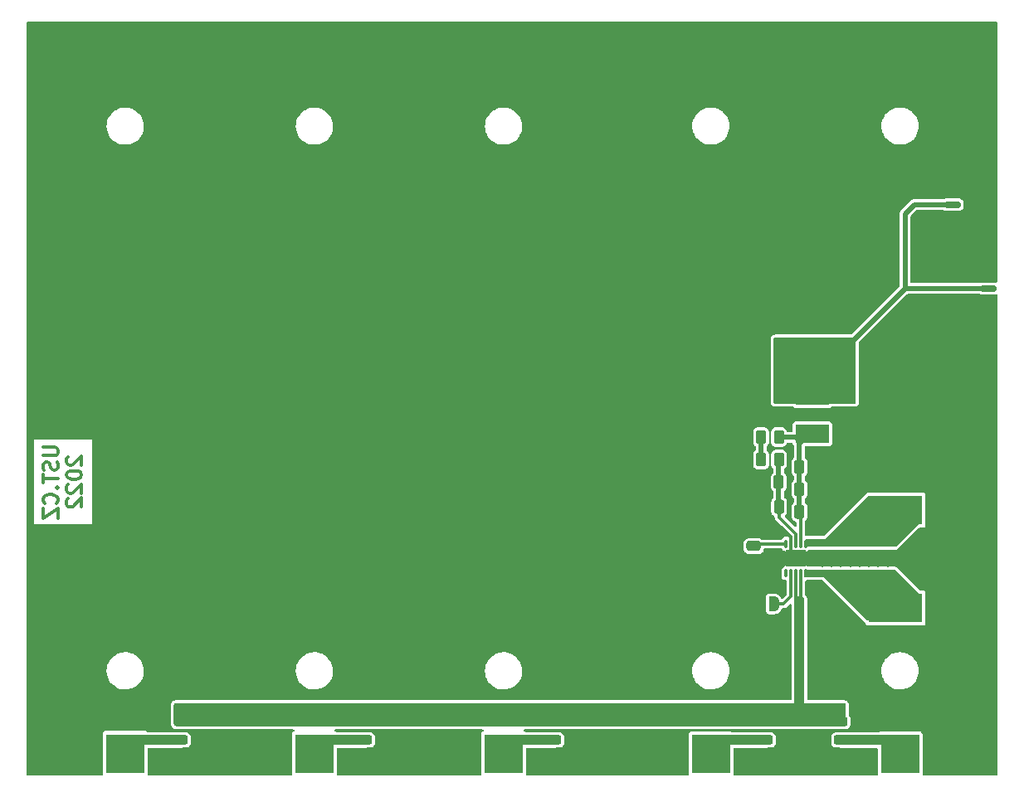
<source format=gbr>
%TF.GenerationSoftware,KiCad,Pcbnew,6.0.4-6f826c9f35~116~ubuntu20.04.1*%
%TF.CreationDate,2022-10-24T12:26:20+00:00*%
%TF.ProjectId,UST5BATT18650V01A,55535435-4241-4545-9431-383635305630,rev?*%
%TF.SameCoordinates,PX463f660PY87a6900*%
%TF.FileFunction,Copper,L2,Bot*%
%TF.FilePolarity,Positive*%
%FSLAX46Y46*%
G04 Gerber Fmt 4.6, Leading zero omitted, Abs format (unit mm)*
G04 Created by KiCad (PCBNEW 6.0.4-6f826c9f35~116~ubuntu20.04.1) date 2022-10-24 12:26:20*
%MOMM*%
%LPD*%
G01*
G04 APERTURE LIST*
G04 Aperture macros list*
%AMRoundRect*
0 Rectangle with rounded corners*
0 $1 Rounding radius*
0 $2 $3 $4 $5 $6 $7 $8 $9 X,Y pos of 4 corners*
0 Add a 4 corners polygon primitive as box body*
4,1,4,$2,$3,$4,$5,$6,$7,$8,$9,$2,$3,0*
0 Add four circle primitives for the rounded corners*
1,1,$1+$1,$2,$3*
1,1,$1+$1,$4,$5*
1,1,$1+$1,$6,$7*
1,1,$1+$1,$8,$9*
0 Add four rect primitives between the rounded corners*
20,1,$1+$1,$2,$3,$4,$5,0*
20,1,$1+$1,$4,$5,$6,$7,0*
20,1,$1+$1,$6,$7,$8,$9,0*
20,1,$1+$1,$8,$9,$2,$3,0*%
%AMFreePoly0*
4,1,22,0.500000,-0.750000,0.000000,-0.750000,0.000000,-0.745033,-0.079941,-0.743568,-0.215256,-0.701293,-0.333266,-0.622738,-0.424486,-0.514219,-0.481581,-0.384460,-0.499164,-0.250000,-0.500000,-0.250000,-0.500000,0.250000,-0.499164,0.250000,-0.499963,0.256109,-0.478152,0.396186,-0.417904,0.524511,-0.324060,0.630769,-0.204165,0.706417,-0.067858,0.745374,0.000000,0.744959,0.000000,0.750000,
0.500000,0.750000,0.500000,-0.750000,0.500000,-0.750000,$1*%
%AMFreePoly1*
4,1,20,0.000000,0.744959,0.073905,0.744508,0.209726,0.703889,0.328688,0.626782,0.421226,0.519385,0.479903,0.390333,0.500000,0.250000,0.500000,-0.250000,0.499851,-0.262216,0.476331,-0.402017,0.414519,-0.529596,0.319384,-0.634700,0.198574,-0.708877,0.061801,-0.746166,0.000000,-0.745033,0.000000,-0.750000,-0.500000,-0.750000,-0.500000,0.750000,0.000000,0.750000,0.000000,0.744959,
0.000000,0.744959,$1*%
G04 Aperture macros list end*
%ADD10C,0.300000*%
%TA.AperFunction,NonConductor*%
%ADD11C,0.300000*%
%TD*%
%TA.AperFunction,ComponentPad*%
%ADD12R,4.000000X4.000000*%
%TD*%
%TA.AperFunction,SMDPad,CuDef*%
%ADD13RoundRect,0.250000X0.250000X0.475000X-0.250000X0.475000X-0.250000X-0.475000X0.250000X-0.475000X0*%
%TD*%
%TA.AperFunction,SMDPad,CuDef*%
%ADD14RoundRect,0.243750X-0.456250X0.243750X-0.456250X-0.243750X0.456250X-0.243750X0.456250X0.243750X0*%
%TD*%
%TA.AperFunction,SMDPad,CuDef*%
%ADD15RoundRect,0.150000X-0.700000X0.150000X-0.700000X-0.150000X0.700000X-0.150000X0.700000X0.150000X0*%
%TD*%
%TA.AperFunction,SMDPad,CuDef*%
%ADD16RoundRect,0.250000X-1.100000X0.250000X-1.100000X-0.250000X1.100000X-0.250000X1.100000X0.250000X0*%
%TD*%
%TA.AperFunction,SMDPad,CuDef*%
%ADD17RoundRect,0.250000X-0.262500X-0.450000X0.262500X-0.450000X0.262500X0.450000X-0.262500X0.450000X0*%
%TD*%
%TA.AperFunction,SMDPad,CuDef*%
%ADD18FreePoly0,0.000000*%
%TD*%
%TA.AperFunction,SMDPad,CuDef*%
%ADD19FreePoly1,0.000000*%
%TD*%
%TA.AperFunction,SMDPad,CuDef*%
%ADD20RoundRect,0.250000X-0.475000X0.250000X-0.475000X-0.250000X0.475000X-0.250000X0.475000X0.250000X0*%
%TD*%
%TA.AperFunction,SMDPad,CuDef*%
%ADD21R,5.500000X3.000000*%
%TD*%
%TA.AperFunction,SMDPad,CuDef*%
%ADD22RoundRect,0.250000X0.262500X0.450000X-0.262500X0.450000X-0.262500X-0.450000X0.262500X-0.450000X0*%
%TD*%
%TA.AperFunction,SMDPad,CuDef*%
%ADD23R,0.280000X0.280000*%
%TD*%
%TA.AperFunction,SMDPad,CuDef*%
%ADD24O,0.280000X0.850000*%
%TD*%
%TA.AperFunction,SMDPad,CuDef*%
%ADD25R,0.700000X0.250000*%
%TD*%
%TA.AperFunction,SMDPad,CuDef*%
%ADD26R,0.600000X0.230000*%
%TD*%
%TA.AperFunction,ComponentPad*%
%ADD27C,0.600000*%
%TD*%
%TA.AperFunction,SMDPad,CuDef*%
%ADD28R,2.150000X1.700000*%
%TD*%
%TA.AperFunction,SMDPad,CuDef*%
%ADD29R,0.900000X0.650000*%
%TD*%
%TA.AperFunction,SMDPad,CuDef*%
%ADD30RoundRect,0.150000X0.700000X-0.150000X0.700000X0.150000X-0.700000X0.150000X-0.700000X-0.150000X0*%
%TD*%
%TA.AperFunction,SMDPad,CuDef*%
%ADD31RoundRect,0.250000X1.100000X-0.250000X1.100000X0.250000X-1.100000X0.250000X-1.100000X-0.250000X0*%
%TD*%
%TA.AperFunction,SMDPad,CuDef*%
%ADD32R,3.400000X1.900000*%
%TD*%
%TA.AperFunction,ViaPad*%
%ADD33C,0.800000*%
%TD*%
%TA.AperFunction,Conductor*%
%ADD34C,0.300000*%
%TD*%
%TA.AperFunction,Conductor*%
%ADD35C,0.500000*%
%TD*%
%TA.AperFunction,Conductor*%
%ADD36C,1.000000*%
%TD*%
G04 APERTURE END LIST*
D10*
D11*
X2162071Y34015715D02*
X3376357Y34015715D01*
X3519214Y33944286D01*
X3590642Y33872858D01*
X3662071Y33730000D01*
X3662071Y33444286D01*
X3590642Y33301429D01*
X3519214Y33230000D01*
X3376357Y33158572D01*
X2162071Y33158572D01*
X3590642Y32515715D02*
X3662071Y32301429D01*
X3662071Y31944286D01*
X3590642Y31801429D01*
X3519214Y31730000D01*
X3376357Y31658572D01*
X3233500Y31658572D01*
X3090642Y31730000D01*
X3019214Y31801429D01*
X2947785Y31944286D01*
X2876357Y32230000D01*
X2804928Y32372858D01*
X2733500Y32444286D01*
X2590642Y32515715D01*
X2447785Y32515715D01*
X2304928Y32444286D01*
X2233500Y32372858D01*
X2162071Y32230000D01*
X2162071Y31872858D01*
X2233500Y31658572D01*
X2162071Y31230000D02*
X2162071Y30372858D01*
X3662071Y30801429D02*
X2162071Y30801429D01*
X3519214Y29872858D02*
X3590642Y29801429D01*
X3662071Y29872858D01*
X3590642Y29944286D01*
X3519214Y29872858D01*
X3662071Y29872858D01*
X3519214Y28301429D02*
X3590642Y28372858D01*
X3662071Y28587143D01*
X3662071Y28730000D01*
X3590642Y28944286D01*
X3447785Y29087143D01*
X3304928Y29158572D01*
X3019214Y29230000D01*
X2804928Y29230000D01*
X2519214Y29158572D01*
X2376357Y29087143D01*
X2233500Y28944286D01*
X2162071Y28730000D01*
X2162071Y28587143D01*
X2233500Y28372858D01*
X2304928Y28301429D01*
X2162071Y27801429D02*
X2162071Y26801429D01*
X3662071Y27801429D01*
X3662071Y26801429D01*
X4719928Y33051429D02*
X4648500Y32980000D01*
X4577071Y32837143D01*
X4577071Y32480000D01*
X4648500Y32337143D01*
X4719928Y32265715D01*
X4862785Y32194286D01*
X5005642Y32194286D01*
X5219928Y32265715D01*
X6077071Y33122858D01*
X6077071Y32194286D01*
X4577071Y31265715D02*
X4577071Y31122858D01*
X4648500Y30980000D01*
X4719928Y30908572D01*
X4862785Y30837143D01*
X5148500Y30765715D01*
X5505642Y30765715D01*
X5791357Y30837143D01*
X5934214Y30908572D01*
X6005642Y30980000D01*
X6077071Y31122858D01*
X6077071Y31265715D01*
X6005642Y31408572D01*
X5934214Y31480000D01*
X5791357Y31551429D01*
X5505642Y31622858D01*
X5148500Y31622858D01*
X4862785Y31551429D01*
X4719928Y31480000D01*
X4648500Y31408572D01*
X4577071Y31265715D01*
X4719928Y30194286D02*
X4648500Y30122858D01*
X4577071Y29980000D01*
X4577071Y29622858D01*
X4648500Y29480000D01*
X4719928Y29408572D01*
X4862785Y29337143D01*
X5005642Y29337143D01*
X5219928Y29408572D01*
X6077071Y30265715D01*
X6077071Y29337143D01*
X4719928Y28765715D02*
X4648500Y28694286D01*
X4577071Y28551429D01*
X4577071Y28194286D01*
X4648500Y28051429D01*
X4719928Y27980000D01*
X4862785Y27908572D01*
X5005642Y27908572D01*
X5219928Y27980000D01*
X6077071Y28837143D01*
X6077071Y27908572D01*
D12*
%TO.P,BT2,1+,+*%
%TO.N,Net-(BT2-Pad1+)*%
X10545000Y2750000D03*
%TO.P,BT2,1-,-*%
%TO.N,GND*%
X10545000Y75250000D03*
%TO.P,BT2,2+,+*%
%TO.N,Net-(BT2-Pad2+)*%
X29845000Y2750000D03*
%TO.P,BT2,2-,-*%
%TO.N,GND*%
X29845000Y75250000D03*
%TO.P,BT2,3+,+*%
%TO.N,Net-(BT2-Pad3+)*%
X49145000Y2750000D03*
%TO.P,BT2,3-,-*%
%TO.N,GND*%
X49145000Y75250000D03*
%TD*%
%TO.P,BT1,1+,+*%
%TO.N,Net-(BT1-Pad1+)*%
X70300000Y2700000D03*
%TO.P,BT1,1-,-*%
%TO.N,GND*%
X70300000Y75300000D03*
%TO.P,BT1,2+,+*%
%TO.N,Net-(BT1-Pad2+)*%
X89600000Y2700000D03*
%TO.P,BT1,2-,-*%
%TO.N,GND*%
X89600000Y75300000D03*
%TD*%
D13*
%TO.P,C5,1*%
%TO.N,GND*%
X81214000Y27432000D03*
%TO.P,C5,2*%
%TO.N,Net-(C5-Pad2)*%
X79314000Y27432000D03*
%TD*%
D14*
%TO.P,F4,1*%
%TO.N,Net-(C1-Pad2)*%
X35052000Y6017500D03*
%TO.P,F4,2*%
%TO.N,Net-(BT2-Pad2+)*%
X35052000Y4142500D03*
%TD*%
D13*
%TO.P,C2,1*%
%TO.N,GND*%
X81214000Y18034000D03*
%TO.P,C2,2*%
%TO.N,Net-(C1-Pad2)*%
X79314000Y18034000D03*
%TD*%
D15*
%TO.P,J1,1*%
%TO.N,GND*%
X94924000Y60051000D03*
%TO.P,J1,2*%
%TO.N,VDD*%
X94924000Y58801000D03*
%TO.P,J1,3*%
%TO.N,GND*%
X94924000Y57551000D03*
D16*
%TO.P,J1,MP*%
X98124000Y61901000D03*
X98124000Y55701000D03*
%TD*%
D17*
%TO.P,R2,1*%
%TO.N,GND*%
X75391000Y30480000D03*
%TO.P,R2,2*%
%TO.N,Net-(C4-Pad1)*%
X77216000Y30480000D03*
%TD*%
D13*
%TO.P,C4,1*%
%TO.N,Net-(C4-Pad1)*%
X77253500Y27940000D03*
%TO.P,C4,2*%
%TO.N,GND*%
X75353500Y27940000D03*
%TD*%
D14*
%TO.P,F5,1*%
%TO.N,Net-(C1-Pad2)*%
X54356000Y6017500D03*
%TO.P,F5,2*%
%TO.N,Net-(BT2-Pad3+)*%
X54356000Y4142500D03*
%TD*%
D17*
%TO.P,R1,1*%
%TO.N,Net-(R1-Pad1)*%
X75414500Y35052000D03*
%TO.P,R1,2*%
%TO.N,Net-(C5-Pad2)*%
X77239500Y35052000D03*
%TD*%
D13*
%TO.P,C7,1*%
%TO.N,GND*%
X81214000Y32004000D03*
%TO.P,C7,2*%
%TO.N,Net-(C5-Pad2)*%
X79314000Y32004000D03*
%TD*%
D18*
%TO.P,JP1,1,A*%
%TO.N,GND*%
X75438000Y18034000D03*
D19*
%TO.P,JP1,2,B*%
%TO.N,Net-(JP1-Pad2)*%
X76738000Y18034000D03*
%TD*%
D20*
%TO.P,C3,1*%
%TO.N,GND*%
X74676000Y25842000D03*
%TO.P,C3,2*%
%TO.N,Net-(C3-Pad2)*%
X74676000Y23942000D03*
%TD*%
D21*
%TO.P,L1,1*%
%TO.N,Net-(L1-Pad1)*%
X89154000Y17606000D03*
%TO.P,L1,2*%
%TO.N,Net-(L1-Pad2)*%
X89154000Y27606000D03*
%TD*%
D13*
%TO.P,C6,1*%
%TO.N,GND*%
X81214000Y29718000D03*
%TO.P,C6,2*%
%TO.N,Net-(C5-Pad2)*%
X79314000Y29718000D03*
%TD*%
D14*
%TO.P,F2,1*%
%TO.N,Net-(C1-Pad2)*%
X83566000Y6017500D03*
%TO.P,F2,2*%
%TO.N,Net-(BT1-Pad2+)*%
X83566000Y4142500D03*
%TD*%
D13*
%TO.P,C1,1*%
%TO.N,GND*%
X81214000Y15494000D03*
%TO.P,C1,2*%
%TO.N,Net-(C1-Pad2)*%
X79314000Y15494000D03*
%TD*%
D22*
%TO.P,R3,1*%
%TO.N,Net-(C4-Pad1)*%
X77239500Y32766000D03*
%TO.P,R3,2*%
%TO.N,Net-(R1-Pad1)*%
X75414500Y32766000D03*
%TD*%
D23*
%TO.P,X1,1,L1*%
%TO.N,Net-(L1-Pad1)*%
X79978000Y20895000D03*
D24*
X79978000Y21180000D03*
D23*
%TO.P,X1,2,VIN*%
%TO.N,Net-(C1-Pad2)*%
X79478000Y20895000D03*
D24*
X79478000Y21180000D03*
D23*
%TO.P,X1,3,EN*%
X78978000Y20895000D03*
D24*
X78978000Y21180000D03*
%TO.P,X1,4,PS/SYNC*%
%TO.N,Net-(JP1-Pad2)*%
X78478000Y21180000D03*
D23*
X78478000Y20895000D03*
%TO.P,X1,5,PG*%
%TO.N,unconnected-(X1-Pad5)*%
X77978000Y20895000D03*
D24*
X77978000Y21180000D03*
%TO.P,X1,6,VAUX*%
%TO.N,Net-(C3-Pad2)*%
X77978000Y24130000D03*
D23*
X77978000Y24415000D03*
D24*
%TO.P,X1,7,GND*%
%TO.N,GND*%
X78478000Y24130000D03*
D23*
X78478000Y24415000D03*
D24*
%TO.P,X1,8,FB*%
%TO.N,Net-(C4-Pad1)*%
X78978000Y24130000D03*
D23*
X78978000Y24415000D03*
D24*
%TO.P,X1,9,VOUT*%
%TO.N,Net-(C5-Pad2)*%
X79478000Y24130000D03*
D23*
X79478000Y24415000D03*
%TO.P,X1,10,L2*%
%TO.N,Net-(L1-Pad2)*%
X79978000Y24415000D03*
D24*
X79978000Y24130000D03*
D25*
%TO.P,X1,11,PGND*%
%TO.N,GND*%
X77553000Y22055000D03*
X77553000Y23255000D03*
D26*
X77553000Y22055000D03*
D27*
X78978000Y22655000D03*
D25*
X80403000Y22055000D03*
D28*
X78978000Y22655000D03*
D29*
X79538000Y23090000D03*
D25*
X80403000Y22855000D03*
D26*
X77553000Y22455000D03*
X80403000Y22855000D03*
D27*
X79478000Y23155000D03*
D25*
X77553000Y22855000D03*
X80403000Y23255000D03*
D27*
X78478000Y22155000D03*
D26*
X77553000Y22855000D03*
D25*
X80403000Y22455000D03*
D27*
X79478000Y22155000D03*
D29*
X78418000Y22220000D03*
D26*
X80403000Y22055000D03*
D27*
X78478000Y23155000D03*
D29*
X79538000Y22220000D03*
X78418000Y23090000D03*
D25*
X77553000Y22455000D03*
D26*
X80403000Y23255000D03*
X77553000Y23255000D03*
X80403000Y22455000D03*
%TD*%
D30*
%TO.P,J2,1*%
%TO.N,GND*%
X98624000Y48990000D03*
%TO.P,J2,2*%
%TO.N,VDD*%
X98624000Y50240000D03*
%TO.P,J2,3*%
%TO.N,GND*%
X98624000Y51490000D03*
D31*
%TO.P,J2,MP*%
X95424000Y47140000D03*
X95424000Y53340000D03*
%TD*%
D14*
%TO.P,F3,1*%
%TO.N,Net-(C1-Pad2)*%
X16256000Y6017500D03*
%TO.P,F3,2*%
%TO.N,Net-(BT2-Pad1+)*%
X16256000Y4142500D03*
%TD*%
%TO.P,F1,1*%
%TO.N,Net-(C1-Pad2)*%
X75946000Y6017500D03*
%TO.P,F1,2*%
%TO.N,Net-(BT1-Pad1+)*%
X75946000Y4142500D03*
%TD*%
D32*
%TO.P,F6,1*%
%TO.N,Net-(C5-Pad2)*%
X80645000Y35388000D03*
%TO.P,F6,2*%
%TO.N,VDD*%
X80645000Y39288000D03*
%TD*%
D33*
%TO.N,GND*%
X83566000Y22225000D03*
X28725090Y71628000D03*
X24649545Y71628000D03*
X85471000Y23114000D03*
X87733905Y42164000D03*
X44692455Y13716000D03*
X56919090Y13716000D03*
X73533000Y21844000D03*
X84455000Y28448000D03*
X87376000Y23114000D03*
X89858265Y71628000D03*
X34751820Y42164000D03*
X76390500Y22733000D03*
X95885005Y42164000D03*
X83947000Y17526000D03*
X16163640Y13716000D03*
X18449640Y42164000D03*
X61329450Y71628000D03*
X82613500Y22225000D03*
X87376000Y22225000D03*
X73914000Y33020000D03*
X88328500Y23114000D03*
X51054000Y42164000D03*
X83185000Y18288000D03*
X74168000Y2032000D03*
X23495000Y2032000D03*
X74485500Y20955000D03*
X71431725Y42164000D03*
X80518000Y19812000D03*
X32465820Y13716000D03*
X74485500Y21844000D03*
X81788000Y33655000D03*
X63436500Y2032000D03*
X83693000Y27686000D03*
X20574000Y2032000D03*
X81407000Y25400000D03*
X89523450Y13716000D03*
X81661000Y23114000D03*
X76390500Y20955000D03*
X44704000Y2032000D03*
X97674550Y13716000D03*
X94869000Y52070000D03*
X83566000Y15494000D03*
X12088095Y13716000D03*
X82550000Y17526000D03*
X89281000Y22225000D03*
X82677000Y27813000D03*
X73914000Y35052000D03*
X80391000Y25400000D03*
X90233500Y22225000D03*
X75507270Y42164000D03*
X83693000Y30861000D03*
X73221270Y13716000D03*
X86423500Y22225000D03*
X97028000Y57023000D03*
X55129545Y42164000D03*
X73914000Y34036000D03*
X66802000Y2032000D03*
X82550000Y16510000D03*
X82677000Y32893000D03*
X49102815Y71628000D03*
X82169000Y26162000D03*
X8012550Y13716000D03*
X81707175Y71628000D03*
X81534000Y19812000D03*
X69145725Y13716000D03*
X73914000Y32004000D03*
X83566000Y23114000D03*
X30676275Y42164000D03*
X76200000Y25019000D03*
X83566000Y16510000D03*
X94869000Y48387000D03*
X42902910Y42164000D03*
X53178360Y71628000D03*
X73533000Y22733000D03*
X84518500Y22225000D03*
X84709000Y16764000D03*
X84518500Y23114000D03*
X82931000Y26924000D03*
X40616910Y13716000D03*
X82677000Y29845000D03*
X85471000Y22225000D03*
X76327000Y26797000D03*
X73914000Y29972000D03*
X77216000Y25019000D03*
X98679000Y60579000D03*
X76073000Y25908000D03*
X26416000Y2032000D03*
X96520000Y2032000D03*
X41846500Y2032000D03*
X53340000Y2032000D03*
X63280635Y42164000D03*
X75438000Y22733000D03*
X93598995Y13716000D03*
X93933820Y71628000D03*
X36876180Y71628000D03*
X75438000Y20955000D03*
X98679000Y57023000D03*
X85782720Y71628000D03*
X91809450Y42164000D03*
X77893333Y2032000D03*
X36541365Y13716000D03*
X83693000Y29845000D03*
X10298550Y42164000D03*
X90233500Y23114000D03*
X52843545Y13716000D03*
X59205090Y42164000D03*
X17653000Y2032000D03*
X82677000Y30861000D03*
X75438000Y21844000D03*
X73556085Y71628000D03*
X46978455Y42164000D03*
X81661000Y22225000D03*
X65070180Y13716000D03*
X20574000Y71628000D03*
X60994635Y13716000D03*
X60071000Y2032000D03*
X14374095Y42164000D03*
X82677000Y28829000D03*
X82550000Y15494000D03*
X57253905Y71628000D03*
X65404995Y71628000D03*
X85447905Y13716000D03*
X96266000Y52070000D03*
X14732000Y2032000D03*
X48768000Y13716000D03*
X36131500Y2032000D03*
X86423500Y23114000D03*
X83693000Y31877000D03*
X40951725Y71628000D03*
X32800635Y71628000D03*
X24314730Y13716000D03*
X77296815Y13716000D03*
X20239185Y13716000D03*
X33274000Y2032000D03*
X69480540Y71628000D03*
X16498455Y71628000D03*
X56705500Y2032000D03*
X96266000Y48387000D03*
X82423000Y19050000D03*
X6223005Y42164000D03*
X93218000Y2032000D03*
X80645000Y33655000D03*
X73914000Y27940000D03*
X38989000Y2032000D03*
X38827365Y42164000D03*
X22525185Y42164000D03*
X82613500Y23114000D03*
X97028000Y60579000D03*
X76962000Y25908000D03*
X81372360Y13716000D03*
X26600730Y42164000D03*
X45027270Y71628000D03*
X81618666Y2032000D03*
X76390500Y21844000D03*
X89281000Y23114000D03*
X4271820Y71628000D03*
X67356180Y42164000D03*
X73533000Y20955000D03*
X28390275Y13716000D03*
X88328500Y22225000D03*
X83693000Y32893000D03*
X73914000Y28956000D03*
X85344000Y2032000D03*
X77631630Y71628000D03*
X8347365Y71628000D03*
X83693000Y28829000D03*
X82677000Y31877000D03*
X74485500Y22733000D03*
X73914000Y30988000D03*
X12422910Y71628000D03*
%TD*%
D34*
%TO.N,GND*%
X76224000Y22455000D02*
X76200000Y22479000D01*
X81520000Y23255000D02*
X81661000Y23114000D01*
X81402000Y22855000D02*
X81661000Y23114000D01*
X78478000Y24130000D02*
X78478000Y23155000D01*
X80403000Y23255000D02*
X81520000Y23255000D01*
X76200000Y22860000D02*
X76200000Y23241000D01*
X77553000Y22455000D02*
X76224000Y22455000D01*
X81491000Y22055000D02*
X81661000Y22225000D01*
X76205000Y22855000D02*
X76200000Y22860000D01*
X77553000Y22855000D02*
X76205000Y22855000D01*
X80403000Y22055000D02*
X81491000Y22055000D01*
X77553000Y22055000D02*
X76243000Y22055000D01*
X80403000Y22855000D02*
X81402000Y22855000D01*
X76200000Y22098000D02*
X76243000Y22055000D01*
X76200000Y22098000D02*
X76200000Y22479000D01*
X78478000Y24130000D02*
X78478000Y24894022D01*
X80403000Y22455000D02*
X81431000Y22455000D01*
X76214000Y23255000D02*
X76200000Y23241000D01*
X81431000Y22455000D02*
X81661000Y22225000D01*
X77553000Y23255000D02*
X76214000Y23255000D01*
X76200000Y22479000D02*
X76200000Y22860000D01*
X77530022Y25842000D02*
X74676000Y25842000D01*
X78478000Y24894022D02*
X77530022Y25842000D01*
%TO.N,Net-(C3-Pad2)*%
X74864000Y24130000D02*
X74676000Y23942000D01*
X77978000Y24130000D02*
X74864000Y24130000D01*
D35*
%TO.N,Net-(C4-Pad1)*%
X77216000Y27977500D02*
X77253500Y27940000D01*
D34*
X78978000Y24130000D02*
X78978000Y25162000D01*
D35*
X77216000Y30480000D02*
X77216000Y32742500D01*
D34*
X78978000Y25162000D02*
X77253500Y26886500D01*
X77253500Y26886500D02*
X77253500Y27940000D01*
D35*
X77216000Y30480000D02*
X77216000Y27977500D01*
X77216000Y32742500D02*
X77239500Y32766000D01*
%TO.N,Net-(C5-Pad2)*%
X80309000Y35052000D02*
X80645000Y35388000D01*
D34*
X79478000Y24130000D02*
X79478000Y27268000D01*
D35*
X79314000Y29718000D02*
X79314000Y27432000D01*
X78994000Y35052000D02*
X80309000Y35052000D01*
X80092000Y35388000D02*
X79375000Y34671000D01*
X80645000Y35388000D02*
X80092000Y35388000D01*
X79314000Y34732000D02*
X78994000Y35052000D01*
X80645000Y35388000D02*
X80346000Y35388000D01*
X79314000Y34356000D02*
X79314000Y34732000D01*
X77239500Y35052000D02*
X78994000Y35052000D01*
X79314000Y32004000D02*
X79314000Y29718000D01*
X80346000Y35388000D02*
X79314000Y34356000D01*
X79314000Y34356000D02*
X79314000Y32004000D01*
D34*
X79478000Y27268000D02*
X79314000Y27432000D01*
%TO.N,Net-(JP1-Pad2)*%
X77724000Y18034000D02*
X78478000Y18788000D01*
X76738000Y18034000D02*
X77724000Y18034000D01*
X78478000Y18788000D02*
X78478000Y21180000D01*
D36*
%TO.N,Net-(BT1-Pad1+)*%
X71742500Y4142500D02*
X70300000Y2700000D01*
X75946000Y4142500D02*
X71742500Y4142500D01*
%TO.N,Net-(BT1-Pad2+)*%
X83566000Y4142500D02*
X88157500Y4142500D01*
X88157500Y4142500D02*
X89600000Y2700000D01*
%TO.N,Net-(BT2-Pad1+)*%
X11937500Y4142500D02*
X10545000Y2750000D01*
X16256000Y4142500D02*
X11937500Y4142500D01*
%TO.N,Net-(BT2-Pad2+)*%
X31237500Y4142500D02*
X29845000Y2750000D01*
X35052000Y4142500D02*
X31237500Y4142500D01*
%TO.N,Net-(BT2-Pad3+)*%
X54356000Y4142500D02*
X50537500Y4142500D01*
X50537500Y4142500D02*
X49145000Y2750000D01*
%TO.N,Net-(C1-Pad2)*%
X79326500Y6017500D02*
X83566000Y6017500D01*
X79326500Y6017500D02*
X79326500Y15481500D01*
D34*
X78978000Y21180000D02*
X78978000Y18370000D01*
X79478000Y18198000D02*
X79314000Y18034000D01*
X79478000Y21180000D02*
X79478000Y18198000D01*
X78978000Y18370000D02*
X79314000Y18034000D01*
D36*
X79314000Y15494000D02*
X79314000Y18034000D01*
X79326500Y15481500D02*
X79314000Y15494000D01*
X16256000Y6017500D02*
X79326500Y6017500D01*
D35*
%TO.N,VDD*%
X90118000Y57860000D02*
X91059000Y58801000D01*
X91059000Y58801000D02*
X94924000Y58801000D01*
X90118000Y50240000D02*
X98624000Y50240000D01*
X90118000Y50240000D02*
X90118000Y57860000D01*
X83947000Y44069000D02*
X90118000Y50240000D01*
X83439000Y44069000D02*
X83947000Y44069000D01*
X80645000Y39288000D02*
X80645000Y41275000D01*
X80645000Y41275000D02*
X83439000Y44069000D01*
%TO.N,Net-(R1-Pad1)*%
X75414500Y32766000D02*
X75414500Y35052000D01*
%TD*%
%TA.AperFunction,Conductor*%
%TO.N,GND*%
G36*
X99458691Y77480593D02*
G01*
X99494655Y77431093D01*
X99499500Y77400500D01*
X99499500Y50937799D01*
X99480593Y50879608D01*
X99431093Y50843644D01*
X99391183Y50839238D01*
X99386283Y50839701D01*
X99380143Y50840282D01*
X99380137Y50840282D01*
X99377834Y50840500D01*
X97870166Y50840500D01*
X97867865Y50840282D01*
X97867855Y50840282D01*
X97844639Y50838087D01*
X97844638Y50838087D01*
X97838631Y50837519D01*
X97723992Y50797261D01*
X97720663Y50796092D01*
X97687861Y50790500D01*
X90767500Y50790500D01*
X90709309Y50809407D01*
X90673345Y50858907D01*
X90668500Y50889500D01*
X90668500Y57590967D01*
X90687407Y57649158D01*
X90697496Y57660971D01*
X91258028Y58221504D01*
X91312545Y58249281D01*
X91328032Y58250500D01*
X93987861Y58250500D01*
X94020663Y58244908D01*
X94138631Y58203481D01*
X94144638Y58202913D01*
X94144639Y58202913D01*
X94167855Y58200718D01*
X94167865Y58200718D01*
X94170166Y58200500D01*
X95677834Y58200500D01*
X95680135Y58200718D01*
X95680145Y58200718D01*
X95703361Y58202913D01*
X95703362Y58202913D01*
X95709369Y58203481D01*
X95837184Y58248366D01*
X95850243Y58258011D01*
X95940193Y58324450D01*
X95946150Y58328850D01*
X96026634Y58437816D01*
X96071519Y58565631D01*
X96074500Y58597166D01*
X96074500Y59004834D01*
X96071519Y59036369D01*
X96026634Y59164184D01*
X96013929Y59181386D01*
X95950550Y59267193D01*
X95946150Y59273150D01*
X95915291Y59295943D01*
X95843136Y59349238D01*
X95843135Y59349239D01*
X95837184Y59353634D01*
X95709369Y59398519D01*
X95703362Y59399087D01*
X95703361Y59399087D01*
X95680145Y59401282D01*
X95680135Y59401282D01*
X95677834Y59401500D01*
X94170166Y59401500D01*
X94167865Y59401282D01*
X94167855Y59401282D01*
X94144639Y59399087D01*
X94144638Y59399087D01*
X94138631Y59398519D01*
X94023992Y59358261D01*
X94020663Y59357092D01*
X93987861Y59351500D01*
X91073435Y59351500D01*
X91069289Y59351587D01*
X91006706Y59354210D01*
X91000133Y59352668D01*
X91000130Y59352668D01*
X90963107Y59343984D01*
X90953937Y59342284D01*
X90944523Y59340994D01*
X90909568Y59336206D01*
X90893554Y59329276D01*
X90876856Y59323753D01*
X90859864Y59319768D01*
X90853951Y59316517D01*
X90853945Y59316515D01*
X90820613Y59298191D01*
X90812240Y59294089D01*
X90777339Y59278986D01*
X90777335Y59278984D01*
X90771145Y59276305D01*
X90765902Y59272060D01*
X90765901Y59272059D01*
X90757590Y59265329D01*
X90742986Y59255516D01*
X90732235Y59249605D01*
X90732232Y59249603D01*
X90727692Y59247107D01*
X90719578Y59240103D01*
X90694031Y59214556D01*
X90686331Y59207624D01*
X90653930Y59181386D01*
X90650022Y59175887D01*
X90641723Y59164209D01*
X90631029Y59151554D01*
X89738951Y58259475D01*
X89735958Y58256605D01*
X89689844Y58214201D01*
X89686287Y58208464D01*
X89666243Y58176136D01*
X89660959Y58168449D01*
X89637973Y58138166D01*
X89637970Y58138161D01*
X89633888Y58132783D01*
X89627467Y58116566D01*
X89619560Y58100845D01*
X89613922Y58091752D01*
X89613920Y58091747D01*
X89610365Y58086014D01*
X89608483Y58079536D01*
X89597872Y58043012D01*
X89594850Y58034187D01*
X89580849Y57998826D01*
X89580847Y57998819D01*
X89578364Y57992547D01*
X89577659Y57985838D01*
X89576540Y57975194D01*
X89573153Y57957932D01*
X89568285Y57941175D01*
X89567500Y57930485D01*
X89567500Y57894369D01*
X89566958Y57884021D01*
X89562599Y57842546D01*
X89563724Y57835895D01*
X89566114Y57821764D01*
X89567500Y57805254D01*
X89567500Y50509033D01*
X89548593Y50450842D01*
X89538504Y50439029D01*
X84645972Y45546496D01*
X84591455Y45518719D01*
X84575968Y45517500D01*
X76807000Y45517500D01*
X76759214Y45513739D01*
X76728621Y45508894D01*
X76698246Y45502487D01*
X76596838Y45454309D01*
X76547338Y45418345D01*
X76490081Y45364177D01*
X76436359Y45265594D01*
X76417452Y45207403D01*
X76402500Y45113000D01*
X76402500Y38580000D01*
X76406261Y38532214D01*
X76411106Y38501621D01*
X76417513Y38471246D01*
X76465691Y38369838D01*
X76501655Y38320338D01*
X76555823Y38263081D01*
X76654406Y38209359D01*
X76658754Y38207946D01*
X76658757Y38207945D01*
X76694528Y38196323D01*
X76712597Y38190452D01*
X76777699Y38180141D01*
X76803154Y38176109D01*
X76803156Y38176109D01*
X76807000Y38175500D01*
X78641432Y38175500D01*
X78699623Y38156593D01*
X78711374Y38146566D01*
X78772287Y38085759D01*
X78780645Y38082064D01*
X78867864Y38043504D01*
X78867866Y38043504D01*
X78874673Y38040494D01*
X78882067Y38039632D01*
X78897378Y38037847D01*
X78900354Y38037500D01*
X82389646Y38037500D01*
X82407561Y38039632D01*
X82408469Y38039740D01*
X82408470Y38039740D01*
X82415846Y38040618D01*
X82518153Y38086061D01*
X82524610Y38092529D01*
X82524614Y38092532D01*
X82578431Y38146443D01*
X82632923Y38174268D01*
X82648495Y38175500D01*
X84991000Y38175500D01*
X85038786Y38179261D01*
X85069379Y38184106D01*
X85099754Y38190513D01*
X85201162Y38238691D01*
X85250662Y38274655D01*
X85307919Y38328823D01*
X85361641Y38427406D01*
X85380548Y38485597D01*
X85395500Y38580000D01*
X85395500Y44697967D01*
X85414407Y44756158D01*
X85424496Y44767971D01*
X90317028Y49660504D01*
X90371545Y49688281D01*
X90387032Y49689500D01*
X97687861Y49689500D01*
X97720663Y49683908D01*
X97838631Y49642481D01*
X97844638Y49641913D01*
X97844639Y49641913D01*
X97867855Y49639718D01*
X97867865Y49639718D01*
X97870166Y49639500D01*
X99377834Y49639500D01*
X99380137Y49639718D01*
X99380143Y49639718D01*
X99386283Y49640299D01*
X99391183Y49640762D01*
X99450894Y49627415D01*
X99491357Y49581520D01*
X99499500Y49542201D01*
X99499500Y599500D01*
X99480593Y541309D01*
X99431093Y505345D01*
X99400500Y500500D01*
X91990739Y500500D01*
X91932548Y519407D01*
X91896584Y568907D01*
X91895248Y624566D01*
X91897506Y629673D01*
X91898656Y639530D01*
X91900168Y652506D01*
X91900168Y652507D01*
X91900500Y655354D01*
X91900500Y4744646D01*
X91897382Y4770846D01*
X91851939Y4873153D01*
X91772713Y4952241D01*
X91728167Y4971935D01*
X91677136Y4994496D01*
X91677134Y4994496D01*
X91670327Y4997506D01*
X91656322Y4999139D01*
X91647494Y5000168D01*
X91647493Y5000168D01*
X91644646Y5000500D01*
X87555354Y5000500D01*
X87538951Y4998548D01*
X87536531Y4998260D01*
X87536530Y4998260D01*
X87529154Y4997382D01*
X87426847Y4951939D01*
X87425393Y4955212D01*
X87386055Y4943000D01*
X83520845Y4943000D01*
X83416369Y4931281D01*
X83414907Y4931117D01*
X83403871Y4930500D01*
X83067466Y4930500D01*
X82978708Y4919759D01*
X82840064Y4864866D01*
X82721289Y4774711D01*
X82631134Y4655936D01*
X82576241Y4517292D01*
X82565500Y4428534D01*
X82565500Y3856466D01*
X82576241Y3767708D01*
X82631134Y3629064D01*
X82721289Y3510289D01*
X82840064Y3420134D01*
X82978708Y3365241D01*
X83067466Y3354500D01*
X83410106Y3354500D01*
X83422515Y3353719D01*
X83515283Y3342000D01*
X87200500Y3342000D01*
X87258691Y3323093D01*
X87294655Y3273593D01*
X87299500Y3243000D01*
X87299500Y655354D01*
X87302618Y629154D01*
X87304653Y624572D01*
X87301898Y564617D01*
X87263699Y516820D01*
X87209247Y500500D01*
X72690739Y500500D01*
X72632548Y519407D01*
X72596584Y568907D01*
X72595248Y624566D01*
X72597506Y629673D01*
X72598656Y639530D01*
X72600168Y652506D01*
X72600168Y652507D01*
X72600500Y655354D01*
X72600500Y3243000D01*
X72619407Y3301191D01*
X72668907Y3337155D01*
X72699500Y3342000D01*
X75991155Y3342000D01*
X76097094Y3353883D01*
X76108129Y3354500D01*
X76444534Y3354500D01*
X76533292Y3365241D01*
X76671936Y3420134D01*
X76790711Y3510289D01*
X76880866Y3629064D01*
X76935759Y3767708D01*
X76946500Y3856466D01*
X76946500Y4428534D01*
X76935759Y4517292D01*
X76880866Y4655936D01*
X76790711Y4774711D01*
X76671936Y4864866D01*
X76533292Y4919759D01*
X76444534Y4930500D01*
X76101894Y4930500D01*
X76089486Y4931281D01*
X76078461Y4932674D01*
X75996717Y4943000D01*
X72513892Y4943000D01*
X72474078Y4955328D01*
X72472713Y4952241D01*
X72377136Y4994496D01*
X72377134Y4994496D01*
X72370327Y4997506D01*
X72356322Y4999139D01*
X72347494Y5000168D01*
X72347493Y5000168D01*
X72344646Y5000500D01*
X68255354Y5000500D01*
X68238951Y4998548D01*
X68236531Y4998260D01*
X68236530Y4998260D01*
X68229154Y4997382D01*
X68126847Y4951939D01*
X68120390Y4945471D01*
X68120389Y4945470D01*
X68117615Y4942691D01*
X68047759Y4872713D01*
X68044064Y4864355D01*
X68014505Y4797494D01*
X68002494Y4770327D01*
X67999500Y4744646D01*
X67999500Y655354D01*
X68002618Y629154D01*
X68004653Y624572D01*
X68001898Y564617D01*
X67963699Y516820D01*
X67909247Y500500D01*
X51515305Y500500D01*
X51457114Y519407D01*
X51421150Y568907D01*
X51421150Y630093D01*
X51424759Y639530D01*
X51439496Y672864D01*
X51439496Y672866D01*
X51442506Y679673D01*
X51445500Y705354D01*
X51445500Y3243000D01*
X51464407Y3301191D01*
X51513907Y3337155D01*
X51544500Y3342000D01*
X54401155Y3342000D01*
X54507094Y3353883D01*
X54518129Y3354500D01*
X54854534Y3354500D01*
X54943292Y3365241D01*
X55081936Y3420134D01*
X55200711Y3510289D01*
X55290866Y3629064D01*
X55345759Y3767708D01*
X55356500Y3856466D01*
X55356500Y4428534D01*
X55345759Y4517292D01*
X55290866Y4655936D01*
X55200711Y4774711D01*
X55081936Y4864866D01*
X54943292Y4919759D01*
X54854534Y4930500D01*
X54511894Y4930500D01*
X54499486Y4931281D01*
X54488461Y4932674D01*
X54406717Y4943000D01*
X51418014Y4943000D01*
X51359823Y4961907D01*
X51348072Y4971935D01*
X51334348Y4985635D01*
X51317713Y5002241D01*
X51260683Y5027454D01*
X51215106Y5068276D01*
X51202229Y5128091D01*
X51226969Y5184051D01*
X51279877Y5214782D01*
X51300713Y5217000D01*
X79272682Y5217000D01*
X79284404Y5216304D01*
X79315380Y5212610D01*
X79315383Y5212610D01*
X79320876Y5211955D01*
X79363720Y5216458D01*
X79374068Y5217000D01*
X83611155Y5217000D01*
X83717094Y5228883D01*
X83728129Y5229500D01*
X84064534Y5229500D01*
X84153292Y5240241D01*
X84291936Y5295134D01*
X84410711Y5385289D01*
X84500866Y5504064D01*
X84555759Y5642708D01*
X84566500Y5731466D01*
X84566500Y6303534D01*
X84555759Y6392292D01*
X84500866Y6530936D01*
X84410711Y6649711D01*
X84407863Y6651873D01*
X84380719Y6705147D01*
X84379500Y6720634D01*
X84379500Y7748000D01*
X84372519Y7812937D01*
X84367185Y7837460D01*
X84361471Y7863724D01*
X84361133Y7865279D01*
X84350175Y7903488D01*
X84293496Y8000401D01*
X84247003Y8054057D01*
X84208356Y8090497D01*
X84207421Y8091379D01*
X84207418Y8091381D01*
X84202267Y8096238D01*
X84195958Y8099446D01*
X84195955Y8099448D01*
X84106273Y8145047D01*
X84102190Y8147123D01*
X84097796Y8148413D01*
X84097794Y8148414D01*
X84055971Y8160694D01*
X84034069Y8167125D01*
X83948000Y8179500D01*
X80226000Y8179500D01*
X80167809Y8198407D01*
X80131845Y8247907D01*
X80127000Y8278500D01*
X80127000Y11146767D01*
X87694906Y11146767D01*
X87695246Y11143205D01*
X87695246Y11143198D01*
X87713274Y10954252D01*
X87721102Y10872208D01*
X87786657Y10604306D01*
X87890199Y10348674D01*
X88029558Y10110665D01*
X88201816Y9895268D01*
X88204439Y9892818D01*
X88400201Y9709947D01*
X88403364Y9706992D01*
X88406312Y9704947D01*
X88622772Y9554784D01*
X88629979Y9549784D01*
X88633184Y9548189D01*
X88633190Y9548186D01*
X88873699Y9428534D01*
X88873704Y9428532D01*
X88876914Y9426935D01*
X88880325Y9425817D01*
X88880327Y9425816D01*
X89135593Y9342136D01*
X89135596Y9342135D01*
X89138998Y9341020D01*
X89410738Y9293838D01*
X89461160Y9291328D01*
X89496644Y9289561D01*
X89496657Y9289561D01*
X89497876Y9289500D01*
X89670070Y9289500D01*
X89875083Y9304375D01*
X89905490Y9311088D01*
X90140904Y9363063D01*
X90140910Y9363065D01*
X90144403Y9363836D01*
X90147752Y9365105D01*
X90147756Y9365106D01*
X90310951Y9426935D01*
X90402319Y9461551D01*
X90643428Y9595475D01*
X90652838Y9602656D01*
X90786870Y9704947D01*
X90862678Y9762802D01*
X91055477Y9960026D01*
X91059117Y9965026D01*
X91215682Y10180124D01*
X91217787Y10183016D01*
X91222084Y10191182D01*
X91344536Y10423927D01*
X91346206Y10427101D01*
X91438045Y10687168D01*
X91439031Y10692168D01*
X91490687Y10954252D01*
X91491380Y10957768D01*
X91505094Y11233233D01*
X91504754Y11236795D01*
X91504754Y11236802D01*
X91479239Y11504221D01*
X91479238Y11504225D01*
X91478898Y11507792D01*
X91413343Y11775694D01*
X91309801Y12031326D01*
X91306874Y12036326D01*
X91172253Y12266242D01*
X91170442Y12269335D01*
X90998184Y12484732D01*
X90796636Y12673008D01*
X90570021Y12830216D01*
X90566816Y12831811D01*
X90566810Y12831814D01*
X90326301Y12951466D01*
X90326296Y12951468D01*
X90323086Y12953065D01*
X90319675Y12954183D01*
X90319673Y12954184D01*
X90064407Y13037864D01*
X90064404Y13037865D01*
X90061002Y13038980D01*
X89789262Y13086162D01*
X89738840Y13088672D01*
X89703356Y13090439D01*
X89703343Y13090439D01*
X89702124Y13090500D01*
X89529930Y13090500D01*
X89324917Y13075625D01*
X89321406Y13074850D01*
X89321407Y13074850D01*
X89059096Y13016937D01*
X89059090Y13016935D01*
X89055597Y13016164D01*
X89052248Y13014895D01*
X89052244Y13014894D01*
X88948185Y12975470D01*
X88797681Y12918449D01*
X88650710Y12836814D01*
X88565574Y12789525D01*
X88556572Y12784525D01*
X88337322Y12617198D01*
X88144523Y12419974D01*
X88142414Y12417077D01*
X88142411Y12417073D01*
X87987957Y12204876D01*
X87982213Y12196984D01*
X87853794Y11952899D01*
X87761955Y11692832D01*
X87708620Y11422232D01*
X87694906Y11146767D01*
X80127000Y11146767D01*
X80127000Y15472463D01*
X80127005Y15473499D01*
X80127883Y15557373D01*
X80127941Y15562907D01*
X80118593Y15606146D01*
X80116976Y15616020D01*
X80115117Y15632596D01*
X80114500Y15643630D01*
X80114500Y18551772D01*
X80103636Y18641547D01*
X80058437Y18755707D01*
X80050598Y18775507D01*
X80050597Y18775508D01*
X80048113Y18781783D01*
X79983789Y18866527D01*
X79961005Y18896543D01*
X79956922Y18901922D01*
X79956304Y18902391D01*
X79929719Y18954569D01*
X79928500Y18970056D01*
X79928500Y20355500D01*
X79947407Y20413691D01*
X79996907Y20449655D01*
X80027500Y20454500D01*
X80162646Y20454500D01*
X80188846Y20457618D01*
X80188909Y20457092D01*
X80203048Y20459000D01*
X81683950Y20459000D01*
X81742141Y20440093D01*
X81753954Y20430004D01*
X86051483Y16132475D01*
X86052189Y16131822D01*
X86052205Y16131807D01*
X86061490Y16123225D01*
X86069101Y16116189D01*
X86070694Y16114829D01*
X86102662Y16062661D01*
X86104700Y16051267D01*
X86106618Y16035154D01*
X86152061Y15932847D01*
X86231287Y15853759D01*
X86239645Y15850064D01*
X86326864Y15811504D01*
X86326866Y15811504D01*
X86333673Y15808494D01*
X86341067Y15807632D01*
X86356378Y15805847D01*
X86359354Y15805500D01*
X91948646Y15805500D01*
X91966561Y15807632D01*
X91967469Y15807740D01*
X91967470Y15807740D01*
X91974846Y15808618D01*
X92077153Y15854061D01*
X92156241Y15933287D01*
X92201506Y16035673D01*
X92204500Y16061354D01*
X92204500Y19150646D01*
X92201382Y19176846D01*
X92155939Y19279153D01*
X92076713Y19358241D01*
X92047591Y19371116D01*
X91981136Y19400496D01*
X91981134Y19400496D01*
X91974327Y19403506D01*
X91948646Y19406500D01*
X91683550Y19406500D01*
X91625359Y19425407D01*
X91613546Y19435496D01*
X89335517Y21713525D01*
X89334811Y21714178D01*
X89334795Y21714193D01*
X89318619Y21729145D01*
X89317899Y21729811D01*
X89306086Y21739900D01*
X89301840Y21742278D01*
X89206331Y21795764D01*
X89206329Y21795765D01*
X89202086Y21798141D01*
X89143895Y21817048D01*
X89078793Y21827359D01*
X89053338Y21831391D01*
X89053336Y21831391D01*
X89049492Y21832000D01*
X80249906Y21832000D01*
X80200182Y21845393D01*
X80188887Y21851954D01*
X80141991Y21879193D01*
X80134782Y21880864D01*
X80020163Y21907432D01*
X80020160Y21907432D01*
X80012952Y21909103D01*
X79966184Y21905791D01*
X79888202Y21900270D01*
X79888199Y21900269D01*
X79880822Y21899747D01*
X79873921Y21897077D01*
X79873920Y21897077D01*
X79760567Y21853224D01*
X79699474Y21849862D01*
X79675123Y21859948D01*
X79641991Y21879193D01*
X79634785Y21880863D01*
X79634783Y21880864D01*
X79520163Y21907432D01*
X79520160Y21907432D01*
X79512952Y21909103D01*
X79466184Y21905791D01*
X79388202Y21900270D01*
X79388199Y21900269D01*
X79380822Y21899747D01*
X79373921Y21897077D01*
X79373920Y21897077D01*
X79260567Y21853224D01*
X79199474Y21849862D01*
X79175123Y21859948D01*
X79141991Y21879193D01*
X79134785Y21880863D01*
X79134783Y21880864D01*
X79020163Y21907432D01*
X79020160Y21907432D01*
X79012952Y21909103D01*
X78966184Y21905791D01*
X78888202Y21900270D01*
X78888199Y21900269D01*
X78880822Y21899747D01*
X78873921Y21897077D01*
X78873920Y21897077D01*
X78760567Y21853224D01*
X78699474Y21849862D01*
X78675123Y21859948D01*
X78641991Y21879193D01*
X78634785Y21880863D01*
X78634783Y21880864D01*
X78520163Y21907432D01*
X78520160Y21907432D01*
X78512952Y21909103D01*
X78466184Y21905791D01*
X78388202Y21900270D01*
X78388199Y21900269D01*
X78380822Y21899747D01*
X78373921Y21897077D01*
X78373920Y21897077D01*
X78260567Y21853224D01*
X78199474Y21849862D01*
X78175123Y21859948D01*
X78141991Y21879193D01*
X78134785Y21880863D01*
X78134783Y21880864D01*
X78020163Y21907432D01*
X78020160Y21907432D01*
X78012952Y21909103D01*
X77966184Y21905791D01*
X77888202Y21900270D01*
X77888199Y21900269D01*
X77880822Y21899747D01*
X77873921Y21897077D01*
X77873920Y21897077D01*
X77764188Y21854625D01*
X77764186Y21854624D01*
X77757285Y21851954D01*
X77731201Y21831391D01*
X77659075Y21774532D01*
X77659074Y21774530D01*
X77653262Y21769949D01*
X77649055Y21763862D01*
X77649054Y21763861D01*
X77614265Y21713525D01*
X77577950Y21660982D01*
X77538009Y21534688D01*
X77537500Y21528221D01*
X77537500Y20710354D01*
X77540618Y20684154D01*
X77586061Y20581847D01*
X77665287Y20502759D01*
X77673645Y20499064D01*
X77760864Y20460504D01*
X77760866Y20460504D01*
X77767673Y20457494D01*
X77775067Y20456632D01*
X77790378Y20454847D01*
X77793354Y20454500D01*
X77916180Y20454500D01*
X77928451Y20453096D01*
X77928455Y20453149D01*
X77935837Y20452568D01*
X77936618Y20452387D01*
X77937370Y20452076D01*
X77938533Y20451943D01*
X77943046Y20450897D01*
X77942798Y20449828D01*
X77992791Y20429124D01*
X78024763Y20376956D01*
X78027500Y20353840D01*
X78027500Y19015611D01*
X78008593Y18957420D01*
X77998504Y18945607D01*
X77634662Y18581765D01*
X77580145Y18553988D01*
X77519713Y18563559D01*
X77474536Y18610793D01*
X77443305Y18679483D01*
X77443304Y18679486D01*
X77441848Y18682687D01*
X77395150Y18755707D01*
X77392856Y18758370D01*
X77392851Y18758376D01*
X77303963Y18861535D01*
X77301660Y18864208D01*
X77236343Y18921188D01*
X77116158Y18999088D01*
X77037473Y19035445D01*
X77034104Y19036453D01*
X77034100Y19036454D01*
X76954810Y19060166D01*
X76900255Y19076481D01*
X76814533Y19089292D01*
X76671312Y19090167D01*
X76668901Y19089837D01*
X76664846Y19089705D01*
X76238000Y19089705D01*
X76209793Y19088401D01*
X76204289Y19086835D01*
X76110557Y19060166D01*
X76110556Y19060166D01*
X76101736Y19057656D01*
X76012081Y18989952D01*
X75952939Y18894433D01*
X75951254Y18885418D01*
X75951253Y18885416D01*
X75946789Y18861535D01*
X75932295Y18784000D01*
X75932295Y18354269D01*
X75931516Y18344197D01*
X75931665Y18344185D01*
X75931372Y18340685D01*
X75930830Y18337201D01*
X75929771Y18250534D01*
X75930228Y18247040D01*
X75931459Y18237625D01*
X75932295Y18224789D01*
X75932295Y17854269D01*
X75931516Y17844197D01*
X75931665Y17844185D01*
X75931372Y17840685D01*
X75930830Y17837201D01*
X75929771Y17750534D01*
X75930228Y17747040D01*
X75931459Y17737625D01*
X75932295Y17724789D01*
X75932295Y17284000D01*
X75933599Y17255793D01*
X75964344Y17147736D01*
X76032048Y17058081D01*
X76127567Y16998939D01*
X76136582Y16997254D01*
X76136584Y16997253D01*
X76233494Y16979137D01*
X76233498Y16979137D01*
X76238000Y16978295D01*
X76727502Y16978295D01*
X76729317Y16978278D01*
X76794833Y16977077D01*
X76880848Y16987791D01*
X77019028Y17025464D01*
X77098574Y17059887D01*
X77101573Y17061728D01*
X77101578Y17061731D01*
X77217626Y17132985D01*
X77220626Y17134827D01*
X77287314Y17190192D01*
X77346694Y17255793D01*
X77381059Y17293758D01*
X77381064Y17293764D01*
X77383428Y17296376D01*
X77385404Y17299305D01*
X77429927Y17365314D01*
X77429930Y17365320D01*
X77431898Y17368237D01*
X77494345Y17497129D01*
X77495415Y17500483D01*
X77495419Y17500492D01*
X77499920Y17514597D01*
X77535623Y17564286D01*
X77594234Y17583500D01*
X77691373Y17583500D01*
X77703009Y17582814D01*
X77738310Y17578636D01*
X77745586Y17579965D01*
X77745589Y17579965D01*
X77776288Y17585572D01*
X77796430Y17589251D01*
X77799476Y17589758D01*
X77857962Y17598551D01*
X77864475Y17601679D01*
X77871573Y17602975D01*
X77923982Y17630199D01*
X77926762Y17631588D01*
X77973408Y17653987D01*
X77973411Y17653989D01*
X77980079Y17657191D01*
X77984521Y17661297D01*
X77986781Y17662820D01*
X77991788Y17665421D01*
X77996828Y17669725D01*
X78034460Y17707357D01*
X78037263Y17710051D01*
X78074124Y17744124D01*
X78074126Y17744127D01*
X78079556Y17749146D01*
X78083078Y17755210D01*
X78089638Y17762535D01*
X78344496Y18017393D01*
X78399013Y18045170D01*
X78459445Y18035599D01*
X78502710Y17992334D01*
X78513500Y17947389D01*
X78513500Y15502991D01*
X78513495Y15501954D01*
X78512559Y15412593D01*
X78513247Y15409411D01*
X78513500Y15404417D01*
X78513500Y14976228D01*
X78513859Y14973262D01*
X78524364Y14886453D01*
X78524066Y14886417D01*
X78526000Y14870940D01*
X78526000Y8278500D01*
X78507093Y8220309D01*
X78457593Y8184345D01*
X78427000Y8179500D01*
X15620000Y8179500D01*
X15576761Y8174852D01*
X15557685Y8172801D01*
X15557683Y8172801D01*
X15555063Y8172519D01*
X15552493Y8171960D01*
X15552487Y8171959D01*
X15525688Y8166129D01*
X15502721Y8161133D01*
X15491366Y8157876D01*
X15470466Y8151883D01*
X15470463Y8151882D01*
X15464512Y8150175D01*
X15367599Y8093496D01*
X15313943Y8047003D01*
X15312228Y8045184D01*
X15276621Y8007421D01*
X15276619Y8007418D01*
X15271762Y8002267D01*
X15268554Y7995958D01*
X15268552Y7995955D01*
X15224256Y7908835D01*
X15220877Y7902190D01*
X15200875Y7834069D01*
X15188500Y7748000D01*
X15188500Y5840767D01*
X15195422Y5776103D01*
X15195979Y5773531D01*
X15195980Y5773525D01*
X15206372Y5725542D01*
X15206712Y5723973D01*
X15217538Y5686026D01*
X15274037Y5589007D01*
X15277030Y5585540D01*
X15287966Y5572872D01*
X15305076Y5544622D01*
X15318648Y5510341D01*
X15318651Y5510336D01*
X15321134Y5504064D01*
X15411289Y5385289D01*
X15530064Y5295134D01*
X15668708Y5240241D01*
X15757466Y5229500D01*
X16100106Y5229500D01*
X16112515Y5228719D01*
X16205283Y5217000D01*
X27689259Y5217000D01*
X27747450Y5198093D01*
X27783414Y5148593D01*
X27783414Y5087407D01*
X27747450Y5037907D01*
X27729447Y5027524D01*
X27723821Y5025025D01*
X27671847Y5001939D01*
X27592759Y4922713D01*
X27589064Y4914355D01*
X27573513Y4879179D01*
X27547494Y4820327D01*
X27544500Y4794646D01*
X27544500Y705354D01*
X27547618Y679154D01*
X27550634Y672365D01*
X27565148Y639688D01*
X27571491Y578832D01*
X27540851Y525871D01*
X27484934Y501033D01*
X27474672Y500500D01*
X12915305Y500500D01*
X12857114Y519407D01*
X12821150Y568907D01*
X12821150Y630093D01*
X12824759Y639530D01*
X12839496Y672864D01*
X12839496Y672866D01*
X12842506Y679673D01*
X12845500Y705354D01*
X12845500Y3243000D01*
X12864407Y3301191D01*
X12913907Y3337155D01*
X12944500Y3342000D01*
X16301155Y3342000D01*
X16407094Y3353883D01*
X16418129Y3354500D01*
X16754534Y3354500D01*
X16843292Y3365241D01*
X16981936Y3420134D01*
X17100711Y3510289D01*
X17190866Y3629064D01*
X17245759Y3767708D01*
X17256500Y3856466D01*
X17256500Y4428534D01*
X17245759Y4517292D01*
X17190866Y4655936D01*
X17100711Y4774711D01*
X16981936Y4864866D01*
X16843292Y4919759D01*
X16754534Y4930500D01*
X16411894Y4930500D01*
X16399486Y4931281D01*
X16388461Y4932674D01*
X16306717Y4943000D01*
X12818014Y4943000D01*
X12759823Y4961907D01*
X12748072Y4971935D01*
X12734348Y4985635D01*
X12717713Y5002241D01*
X12660525Y5027524D01*
X12622136Y5044496D01*
X12622134Y5044496D01*
X12615327Y5047506D01*
X12601322Y5049139D01*
X12592494Y5050168D01*
X12592493Y5050168D01*
X12589646Y5050500D01*
X8500354Y5050500D01*
X8483951Y5048548D01*
X8481531Y5048260D01*
X8481530Y5048260D01*
X8474154Y5047382D01*
X8371847Y5001939D01*
X8292759Y4922713D01*
X8289064Y4914355D01*
X8273513Y4879179D01*
X8247494Y4820327D01*
X8244500Y4794646D01*
X8244500Y705354D01*
X8247618Y679154D01*
X8250634Y672365D01*
X8265148Y639688D01*
X8271491Y578832D01*
X8240851Y525871D01*
X8184934Y501033D01*
X8174672Y500500D01*
X599500Y500500D01*
X541309Y519407D01*
X505345Y568907D01*
X500500Y599500D01*
X500500Y11151767D01*
X8639906Y11151767D01*
X8640246Y11148205D01*
X8640246Y11148198D01*
X8658751Y10954252D01*
X8666102Y10877208D01*
X8731657Y10609306D01*
X8835199Y10353674D01*
X8837010Y10350581D01*
X8837011Y10350579D01*
X8839939Y10345579D01*
X8974558Y10115665D01*
X9146816Y9900268D01*
X9348364Y9711992D01*
X9574979Y9554784D01*
X9578184Y9553189D01*
X9578190Y9553186D01*
X9818699Y9433534D01*
X9818704Y9433532D01*
X9821914Y9431935D01*
X9825325Y9430817D01*
X9825327Y9430816D01*
X10080593Y9347136D01*
X10080596Y9347135D01*
X10083998Y9346020D01*
X10355738Y9298838D01*
X10406160Y9296328D01*
X10441644Y9294561D01*
X10441657Y9294561D01*
X10442876Y9294500D01*
X10615070Y9294500D01*
X10820083Y9309375D01*
X10850490Y9316088D01*
X11085904Y9368063D01*
X11085910Y9368065D01*
X11089403Y9368836D01*
X11092752Y9370105D01*
X11092756Y9370106D01*
X11239800Y9425816D01*
X11347319Y9466551D01*
X11576283Y9593729D01*
X11585285Y9598729D01*
X11585287Y9598730D01*
X11588428Y9600475D01*
X11807678Y9767802D01*
X12000477Y9965026D01*
X12104445Y10107862D01*
X12160682Y10185124D01*
X12162787Y10188016D01*
X12291206Y10432101D01*
X12383045Y10692168D01*
X12436380Y10962768D01*
X12445789Y11151767D01*
X27939906Y11151767D01*
X27940246Y11148205D01*
X27940246Y11148198D01*
X27958751Y10954252D01*
X27966102Y10877208D01*
X28031657Y10609306D01*
X28135199Y10353674D01*
X28137010Y10350581D01*
X28137011Y10350579D01*
X28139939Y10345579D01*
X28274558Y10115665D01*
X28446816Y9900268D01*
X28648364Y9711992D01*
X28874979Y9554784D01*
X28878184Y9553189D01*
X28878190Y9553186D01*
X29118699Y9433534D01*
X29118704Y9433532D01*
X29121914Y9431935D01*
X29125325Y9430817D01*
X29125327Y9430816D01*
X29380593Y9347136D01*
X29380596Y9347135D01*
X29383998Y9346020D01*
X29655738Y9298838D01*
X29706160Y9296328D01*
X29741644Y9294561D01*
X29741657Y9294561D01*
X29742876Y9294500D01*
X29915070Y9294500D01*
X30120083Y9309375D01*
X30150490Y9316088D01*
X30385904Y9368063D01*
X30385910Y9368065D01*
X30389403Y9368836D01*
X30392752Y9370105D01*
X30392756Y9370106D01*
X30539800Y9425816D01*
X30647319Y9466551D01*
X30876283Y9593729D01*
X30885285Y9598729D01*
X30885287Y9598730D01*
X30888428Y9600475D01*
X31107678Y9767802D01*
X31300477Y9965026D01*
X31404445Y10107862D01*
X31460682Y10185124D01*
X31462787Y10188016D01*
X31591206Y10432101D01*
X31683045Y10692168D01*
X31736380Y10962768D01*
X31745789Y11151767D01*
X47239906Y11151767D01*
X47240246Y11148205D01*
X47240246Y11148198D01*
X47258751Y10954252D01*
X47266102Y10877208D01*
X47331657Y10609306D01*
X47435199Y10353674D01*
X47437010Y10350581D01*
X47437011Y10350579D01*
X47439939Y10345579D01*
X47574558Y10115665D01*
X47746816Y9900268D01*
X47948364Y9711992D01*
X48174979Y9554784D01*
X48178184Y9553189D01*
X48178190Y9553186D01*
X48418699Y9433534D01*
X48418704Y9433532D01*
X48421914Y9431935D01*
X48425325Y9430817D01*
X48425327Y9430816D01*
X48680593Y9347136D01*
X48680596Y9347135D01*
X48683998Y9346020D01*
X48955738Y9298838D01*
X49006160Y9296328D01*
X49041644Y9294561D01*
X49041657Y9294561D01*
X49042876Y9294500D01*
X49215070Y9294500D01*
X49420083Y9309375D01*
X49450490Y9316088D01*
X49685904Y9368063D01*
X49685910Y9368065D01*
X49689403Y9368836D01*
X49692752Y9370105D01*
X49692756Y9370106D01*
X49839800Y9425816D01*
X49947319Y9466551D01*
X50176283Y9593729D01*
X50185285Y9598729D01*
X50185287Y9598730D01*
X50188428Y9600475D01*
X50407678Y9767802D01*
X50600477Y9965026D01*
X50704445Y10107862D01*
X50760682Y10185124D01*
X50762787Y10188016D01*
X50891206Y10432101D01*
X50983045Y10692168D01*
X51036380Y10962768D01*
X51045540Y11146767D01*
X68394906Y11146767D01*
X68395246Y11143205D01*
X68395246Y11143198D01*
X68413274Y10954252D01*
X68421102Y10872208D01*
X68486657Y10604306D01*
X68590199Y10348674D01*
X68729558Y10110665D01*
X68901816Y9895268D01*
X68904439Y9892818D01*
X69100201Y9709947D01*
X69103364Y9706992D01*
X69106312Y9704947D01*
X69322772Y9554784D01*
X69329979Y9549784D01*
X69333184Y9548189D01*
X69333190Y9548186D01*
X69573699Y9428534D01*
X69573704Y9428532D01*
X69576914Y9426935D01*
X69580325Y9425817D01*
X69580327Y9425816D01*
X69835593Y9342136D01*
X69835596Y9342135D01*
X69838998Y9341020D01*
X70110738Y9293838D01*
X70161160Y9291328D01*
X70196644Y9289561D01*
X70196657Y9289561D01*
X70197876Y9289500D01*
X70370070Y9289500D01*
X70575083Y9304375D01*
X70605490Y9311088D01*
X70840904Y9363063D01*
X70840910Y9363065D01*
X70844403Y9363836D01*
X70847752Y9365105D01*
X70847756Y9365106D01*
X71010951Y9426935D01*
X71102319Y9461551D01*
X71343428Y9595475D01*
X71352838Y9602656D01*
X71486870Y9704947D01*
X71562678Y9762802D01*
X71755477Y9960026D01*
X71759117Y9965026D01*
X71915682Y10180124D01*
X71917787Y10183016D01*
X71922084Y10191182D01*
X72044536Y10423927D01*
X72046206Y10427101D01*
X72138045Y10687168D01*
X72139031Y10692168D01*
X72190687Y10954252D01*
X72191380Y10957768D01*
X72205094Y11233233D01*
X72204754Y11236795D01*
X72204754Y11236802D01*
X72179239Y11504221D01*
X72179238Y11504225D01*
X72178898Y11507792D01*
X72113343Y11775694D01*
X72009801Y12031326D01*
X72006874Y12036326D01*
X71872253Y12266242D01*
X71870442Y12269335D01*
X71698184Y12484732D01*
X71496636Y12673008D01*
X71270021Y12830216D01*
X71266816Y12831811D01*
X71266810Y12831814D01*
X71026301Y12951466D01*
X71026296Y12951468D01*
X71023086Y12953065D01*
X71019675Y12954183D01*
X71019673Y12954184D01*
X70764407Y13037864D01*
X70764404Y13037865D01*
X70761002Y13038980D01*
X70489262Y13086162D01*
X70438840Y13088672D01*
X70403356Y13090439D01*
X70403343Y13090439D01*
X70402124Y13090500D01*
X70229930Y13090500D01*
X70024917Y13075625D01*
X70021406Y13074850D01*
X70021407Y13074850D01*
X69759096Y13016937D01*
X69759090Y13016935D01*
X69755597Y13016164D01*
X69752248Y13014895D01*
X69752244Y13014894D01*
X69648185Y12975470D01*
X69497681Y12918449D01*
X69350710Y12836814D01*
X69265574Y12789525D01*
X69256572Y12784525D01*
X69037322Y12617198D01*
X68844523Y12419974D01*
X68842414Y12417077D01*
X68842411Y12417073D01*
X68687957Y12204876D01*
X68682213Y12196984D01*
X68553794Y11952899D01*
X68461955Y11692832D01*
X68408620Y11422232D01*
X68394906Y11146767D01*
X51045540Y11146767D01*
X51050094Y11238233D01*
X51049754Y11241795D01*
X51049754Y11241802D01*
X51024239Y11509221D01*
X51024238Y11509225D01*
X51023898Y11512792D01*
X50958343Y11780694D01*
X50854801Y12036326D01*
X50715442Y12274335D01*
X50543184Y12489732D01*
X50349611Y12670558D01*
X50344259Y12675558D01*
X50344257Y12675560D01*
X50341636Y12678008D01*
X50125173Y12828173D01*
X50117966Y12833173D01*
X50115021Y12835216D01*
X50111816Y12836811D01*
X50111810Y12836814D01*
X49871301Y12956466D01*
X49871296Y12956468D01*
X49868086Y12958065D01*
X49864675Y12959183D01*
X49864673Y12959184D01*
X49609407Y13042864D01*
X49609404Y13042865D01*
X49606002Y13043980D01*
X49334262Y13091162D01*
X49283840Y13093672D01*
X49248356Y13095439D01*
X49248343Y13095439D01*
X49247124Y13095500D01*
X49074930Y13095500D01*
X48869917Y13080625D01*
X48866406Y13079850D01*
X48866407Y13079850D01*
X48604096Y13021937D01*
X48604090Y13021935D01*
X48600597Y13021164D01*
X48597248Y13019895D01*
X48597244Y13019894D01*
X48493185Y12980470D01*
X48342681Y12923449D01*
X48101572Y12789525D01*
X48098716Y12787345D01*
X48098714Y12787344D01*
X48030085Y12734968D01*
X47882322Y12622198D01*
X47689523Y12424974D01*
X47687414Y12422077D01*
X47687411Y12422073D01*
X47576236Y12269335D01*
X47527213Y12201984D01*
X47525549Y12198821D01*
X47525547Y12198818D01*
X47441685Y12039421D01*
X47398794Y11957899D01*
X47306955Y11697832D01*
X47306261Y11694311D01*
X47305276Y11689311D01*
X47253620Y11427232D01*
X47239906Y11151767D01*
X31745789Y11151767D01*
X31750094Y11238233D01*
X31749754Y11241795D01*
X31749754Y11241802D01*
X31724239Y11509221D01*
X31724238Y11509225D01*
X31723898Y11512792D01*
X31658343Y11780694D01*
X31554801Y12036326D01*
X31415442Y12274335D01*
X31243184Y12489732D01*
X31049611Y12670558D01*
X31044259Y12675558D01*
X31044257Y12675560D01*
X31041636Y12678008D01*
X30825173Y12828173D01*
X30817966Y12833173D01*
X30815021Y12835216D01*
X30811816Y12836811D01*
X30811810Y12836814D01*
X30571301Y12956466D01*
X30571296Y12956468D01*
X30568086Y12958065D01*
X30564675Y12959183D01*
X30564673Y12959184D01*
X30309407Y13042864D01*
X30309404Y13042865D01*
X30306002Y13043980D01*
X30034262Y13091162D01*
X29983840Y13093672D01*
X29948356Y13095439D01*
X29948343Y13095439D01*
X29947124Y13095500D01*
X29774930Y13095500D01*
X29569917Y13080625D01*
X29566406Y13079850D01*
X29566407Y13079850D01*
X29304096Y13021937D01*
X29304090Y13021935D01*
X29300597Y13021164D01*
X29297248Y13019895D01*
X29297244Y13019894D01*
X29193185Y12980470D01*
X29042681Y12923449D01*
X28801572Y12789525D01*
X28798716Y12787345D01*
X28798714Y12787344D01*
X28730085Y12734968D01*
X28582322Y12622198D01*
X28389523Y12424974D01*
X28387414Y12422077D01*
X28387411Y12422073D01*
X28276236Y12269335D01*
X28227213Y12201984D01*
X28225549Y12198821D01*
X28225547Y12198818D01*
X28141685Y12039421D01*
X28098794Y11957899D01*
X28006955Y11697832D01*
X28006261Y11694311D01*
X28005276Y11689311D01*
X27953620Y11427232D01*
X27939906Y11151767D01*
X12445789Y11151767D01*
X12450094Y11238233D01*
X12449754Y11241795D01*
X12449754Y11241802D01*
X12424239Y11509221D01*
X12424238Y11509225D01*
X12423898Y11512792D01*
X12358343Y11780694D01*
X12254801Y12036326D01*
X12115442Y12274335D01*
X11943184Y12489732D01*
X11749611Y12670558D01*
X11744259Y12675558D01*
X11744257Y12675560D01*
X11741636Y12678008D01*
X11525173Y12828173D01*
X11517966Y12833173D01*
X11515021Y12835216D01*
X11511816Y12836811D01*
X11511810Y12836814D01*
X11271301Y12956466D01*
X11271296Y12956468D01*
X11268086Y12958065D01*
X11264675Y12959183D01*
X11264673Y12959184D01*
X11009407Y13042864D01*
X11009404Y13042865D01*
X11006002Y13043980D01*
X10734262Y13091162D01*
X10683840Y13093672D01*
X10648356Y13095439D01*
X10648343Y13095439D01*
X10647124Y13095500D01*
X10474930Y13095500D01*
X10269917Y13080625D01*
X10266406Y13079850D01*
X10266407Y13079850D01*
X10004096Y13021937D01*
X10004090Y13021935D01*
X10000597Y13021164D01*
X9997248Y13019895D01*
X9997244Y13019894D01*
X9893185Y12980470D01*
X9742681Y12923449D01*
X9501572Y12789525D01*
X9498716Y12787345D01*
X9498714Y12787344D01*
X9430085Y12734968D01*
X9282322Y12622198D01*
X9089523Y12424974D01*
X9087414Y12422077D01*
X9087411Y12422073D01*
X8976236Y12269335D01*
X8927213Y12201984D01*
X8925549Y12198821D01*
X8925547Y12198818D01*
X8841685Y12039421D01*
X8798794Y11957899D01*
X8706955Y11697832D01*
X8706261Y11694311D01*
X8705276Y11689311D01*
X8653620Y11427232D01*
X8639906Y11151767D01*
X500500Y11151767D01*
X500500Y23649228D01*
X73650500Y23649228D01*
X73661364Y23559453D01*
X73716887Y23419217D01*
X73720967Y23413842D01*
X73720968Y23413840D01*
X73803995Y23304457D01*
X73808078Y23299078D01*
X73813457Y23294995D01*
X73922840Y23211968D01*
X73922842Y23211967D01*
X73928217Y23207887D01*
X74068453Y23152364D01*
X74158228Y23141500D01*
X75193772Y23141500D01*
X75283547Y23152364D01*
X75423783Y23207887D01*
X75429158Y23211967D01*
X75429160Y23211968D01*
X75538543Y23294995D01*
X75543922Y23299078D01*
X75548005Y23304457D01*
X75631032Y23413840D01*
X75631033Y23413842D01*
X75635113Y23419217D01*
X75690636Y23559453D01*
X75694622Y23592394D01*
X75720383Y23647891D01*
X75773844Y23677648D01*
X75792905Y23679500D01*
X77506506Y23679500D01*
X77564697Y23660593D01*
X77595750Y23623354D01*
X77609555Y23594605D01*
X77614578Y23589172D01*
X77614578Y23589171D01*
X77633458Y23568747D01*
X77699469Y23497337D01*
X77814009Y23430807D01*
X77821218Y23429136D01*
X77935837Y23402568D01*
X77935840Y23402568D01*
X77943048Y23400897D01*
X77989816Y23404209D01*
X78067798Y23409730D01*
X78067801Y23409731D01*
X78075178Y23410253D01*
X78084450Y23413840D01*
X78191812Y23455375D01*
X78191814Y23455376D01*
X78198715Y23458046D01*
X78255451Y23502773D01*
X78296925Y23535468D01*
X78296926Y23535470D01*
X78302738Y23540051D01*
X78320512Y23565767D01*
X78373841Y23642928D01*
X78378050Y23649018D01*
X78384204Y23668477D01*
X78419779Y23718258D01*
X78477820Y23737621D01*
X78536157Y23719171D01*
X78567839Y23681479D01*
X78577868Y23660593D01*
X78606351Y23601276D01*
X78606353Y23601273D01*
X78609555Y23594605D01*
X78614578Y23589172D01*
X78614578Y23589171D01*
X78633458Y23568747D01*
X78699469Y23497337D01*
X78814009Y23430807D01*
X78821218Y23429136D01*
X78935837Y23402568D01*
X78935840Y23402568D01*
X78943048Y23400897D01*
X78989816Y23404209D01*
X79067798Y23409730D01*
X79067801Y23409731D01*
X79075178Y23410253D01*
X79084450Y23413840D01*
X79195433Y23456776D01*
X79256526Y23460138D01*
X79280875Y23450053D01*
X79314009Y23430807D01*
X79321215Y23429137D01*
X79321217Y23429136D01*
X79435837Y23402568D01*
X79435840Y23402568D01*
X79443048Y23400897D01*
X79489816Y23404209D01*
X79567798Y23409730D01*
X79567801Y23409731D01*
X79575178Y23410253D01*
X79584450Y23413840D01*
X79695433Y23456776D01*
X79756526Y23460138D01*
X79780875Y23450053D01*
X79814009Y23430807D01*
X79821215Y23429137D01*
X79821217Y23429136D01*
X79935837Y23402568D01*
X79935840Y23402568D01*
X79943048Y23400897D01*
X79989816Y23404209D01*
X80067798Y23409730D01*
X80067801Y23409731D01*
X80075178Y23410253D01*
X80084450Y23413840D01*
X80191812Y23455375D01*
X80191814Y23455376D01*
X80198715Y23458046D01*
X80255451Y23502773D01*
X80296925Y23535468D01*
X80296926Y23535470D01*
X80302738Y23540051D01*
X80303242Y23540781D01*
X80354114Y23568747D01*
X80372663Y23570500D01*
X89112992Y23570500D01*
X89113922Y23570537D01*
X89113946Y23570537D01*
X89127760Y23571080D01*
X89136964Y23571442D01*
X89152451Y23572661D01*
X89179948Y23580416D01*
X89262491Y23603695D01*
X89262495Y23603696D01*
X89267170Y23605015D01*
X89321687Y23632792D01*
X89399017Y23688975D01*
X91486546Y25776504D01*
X91541063Y25804281D01*
X91556550Y25805500D01*
X91948646Y25805500D01*
X91965049Y25807452D01*
X91967469Y25807740D01*
X91967470Y25807740D01*
X91974846Y25808618D01*
X92077153Y25854061D01*
X92156241Y25933287D01*
X92201506Y26035673D01*
X92204500Y26061354D01*
X92204500Y29150646D01*
X92201382Y29176846D01*
X92155939Y29279153D01*
X92076713Y29358241D01*
X92047591Y29371116D01*
X91981136Y29400496D01*
X91981134Y29400496D01*
X91974327Y29403506D01*
X91960322Y29405139D01*
X91951494Y29406168D01*
X91951493Y29406168D01*
X91948646Y29406500D01*
X86359354Y29406500D01*
X86342951Y29404548D01*
X86340531Y29404260D01*
X86340530Y29404260D01*
X86333154Y29403382D01*
X86230847Y29357939D01*
X86217368Y29344436D01*
X86199029Y29329965D01*
X86195784Y29327976D01*
X86192313Y29326208D01*
X86114983Y29270025D01*
X81817454Y24972496D01*
X81762937Y24944719D01*
X81747450Y24943500D01*
X80027500Y24943500D01*
X79969309Y24962407D01*
X79933345Y25011907D01*
X79928500Y25042500D01*
X79928500Y26495944D01*
X79947407Y26554135D01*
X79954013Y26561870D01*
X79956922Y26564078D01*
X79994566Y26613672D01*
X80044032Y26678840D01*
X80044033Y26678842D01*
X80048113Y26684217D01*
X80103636Y26824453D01*
X80114500Y26914228D01*
X80114500Y27949772D01*
X80103636Y28039547D01*
X80048113Y28179783D01*
X79956922Y28299922D01*
X79903644Y28340363D01*
X79868725Y28390606D01*
X79864500Y28419219D01*
X79864500Y28730781D01*
X79883407Y28788972D01*
X79903644Y28809637D01*
X79951543Y28845995D01*
X79956922Y28850078D01*
X79977226Y28876827D01*
X80044032Y28964840D01*
X80044033Y28964842D01*
X80048113Y28970217D01*
X80103636Y29110453D01*
X80114500Y29200228D01*
X80114500Y30235772D01*
X80103636Y30325547D01*
X80048113Y30465783D01*
X79956922Y30585922D01*
X79903644Y30626363D01*
X79868725Y30676606D01*
X79864500Y30705219D01*
X79864500Y31016781D01*
X79883407Y31074972D01*
X79903644Y31095637D01*
X79951543Y31131995D01*
X79956922Y31136078D01*
X79961005Y31141457D01*
X80044032Y31250840D01*
X80044033Y31250842D01*
X80048113Y31256217D01*
X80103636Y31396453D01*
X80114500Y31486228D01*
X80114500Y32521772D01*
X80103636Y32611547D01*
X80048113Y32751783D01*
X79956922Y32871922D01*
X79903644Y32912363D01*
X79868725Y32962606D01*
X79864500Y32991219D01*
X79864500Y34038500D01*
X79883407Y34096691D01*
X79932907Y34132655D01*
X79963500Y34137500D01*
X82389646Y34137500D01*
X82406049Y34139452D01*
X82408469Y34139740D01*
X82408470Y34139740D01*
X82415846Y34140618D01*
X82518153Y34186061D01*
X82597241Y34265287D01*
X82642506Y34367673D01*
X82645500Y34393354D01*
X82645500Y36382646D01*
X82642382Y36408846D01*
X82596939Y36511153D01*
X82517713Y36590241D01*
X82488591Y36603116D01*
X82422136Y36632496D01*
X82422134Y36632496D01*
X82415327Y36635506D01*
X82401322Y36637139D01*
X82392494Y36638168D01*
X82392493Y36638168D01*
X82389646Y36638500D01*
X78900354Y36638500D01*
X78883951Y36636548D01*
X78881531Y36636260D01*
X78881530Y36636260D01*
X78874154Y36635382D01*
X78771847Y36589939D01*
X78692759Y36510713D01*
X78647494Y36408327D01*
X78644500Y36382646D01*
X78644500Y35701500D01*
X78625593Y35643309D01*
X78576093Y35607345D01*
X78545500Y35602500D01*
X78121605Y35602500D01*
X78063414Y35621407D01*
X78029557Y35665056D01*
X77988598Y35768507D01*
X77988597Y35768508D01*
X77986113Y35774783D01*
X77894922Y35894922D01*
X77889543Y35899005D01*
X77780160Y35982032D01*
X77780158Y35982033D01*
X77774783Y35986113D01*
X77634547Y36041636D01*
X77544772Y36052500D01*
X76934228Y36052500D01*
X76844453Y36041636D01*
X76704217Y35986113D01*
X76698842Y35982033D01*
X76698840Y35982032D01*
X76589457Y35899005D01*
X76584078Y35894922D01*
X76492887Y35774783D01*
X76437364Y35634547D01*
X76426500Y35544772D01*
X76426500Y34559228D01*
X76437364Y34469453D01*
X76492887Y34329217D01*
X76496967Y34323842D01*
X76496968Y34323840D01*
X76535408Y34273198D01*
X76584078Y34209078D01*
X76589457Y34204995D01*
X76698840Y34121968D01*
X76698842Y34121967D01*
X76704217Y34117887D01*
X76710492Y34115403D01*
X76710493Y34115402D01*
X76743407Y34102370D01*
X76844453Y34062364D01*
X76934228Y34051500D01*
X77544772Y34051500D01*
X77634547Y34062364D01*
X77735593Y34102370D01*
X77768507Y34115402D01*
X77768508Y34115403D01*
X77774783Y34117887D01*
X77780158Y34121967D01*
X77780160Y34121968D01*
X77889543Y34204995D01*
X77894922Y34209078D01*
X77943592Y34273198D01*
X77982032Y34323840D01*
X77982033Y34323842D01*
X77986113Y34329217D01*
X78010379Y34390506D01*
X78029557Y34438944D01*
X78068558Y34486088D01*
X78121605Y34501500D01*
X78545500Y34501500D01*
X78603691Y34482593D01*
X78639655Y34433093D01*
X78644500Y34402500D01*
X78644500Y34393354D01*
X78647618Y34367154D01*
X78693061Y34264847D01*
X78699527Y34258392D01*
X78699528Y34258391D01*
X78734443Y34223537D01*
X78762268Y34169045D01*
X78763500Y34153473D01*
X78763500Y32991219D01*
X78744593Y32933028D01*
X78724356Y32912363D01*
X78671078Y32871922D01*
X78579887Y32751783D01*
X78524364Y32611547D01*
X78513500Y32521772D01*
X78513500Y31486228D01*
X78524364Y31396453D01*
X78579887Y31256217D01*
X78583967Y31250842D01*
X78583968Y31250840D01*
X78666995Y31141457D01*
X78671078Y31136078D01*
X78676457Y31131995D01*
X78724356Y31095637D01*
X78759275Y31045394D01*
X78763500Y31016781D01*
X78763500Y30705219D01*
X78744593Y30647028D01*
X78724356Y30626363D01*
X78671078Y30585922D01*
X78579887Y30465783D01*
X78524364Y30325547D01*
X78513500Y30235772D01*
X78513500Y29200228D01*
X78524364Y29110453D01*
X78579887Y28970217D01*
X78583967Y28964842D01*
X78583968Y28964840D01*
X78650774Y28876827D01*
X78671078Y28850078D01*
X78676457Y28845995D01*
X78724356Y28809637D01*
X78759275Y28759394D01*
X78763500Y28730781D01*
X78763500Y28419219D01*
X78744593Y28361028D01*
X78724356Y28340363D01*
X78671078Y28299922D01*
X78579887Y28179783D01*
X78524364Y28039547D01*
X78513500Y27949772D01*
X78513500Y26914228D01*
X78524364Y26824453D01*
X78579887Y26684217D01*
X78583967Y26678842D01*
X78583968Y26678840D01*
X78633434Y26613672D01*
X78671078Y26564078D01*
X78676457Y26559995D01*
X78785840Y26476968D01*
X78785842Y26476967D01*
X78791217Y26472887D01*
X78931453Y26417364D01*
X78939934Y26416338D01*
X78940394Y26416282D01*
X78942055Y26415511D01*
X78943929Y26415035D01*
X78943840Y26414683D01*
X78995892Y26390521D01*
X79025648Y26337058D01*
X79027500Y26317999D01*
X79027500Y25988611D01*
X79008593Y25930420D01*
X78959093Y25894456D01*
X78897907Y25894456D01*
X78858496Y25918607D01*
X77867861Y26909242D01*
X77840084Y26963759D01*
X77849655Y27024191D01*
X77878009Y27058101D01*
X77896422Y27072078D01*
X77987613Y27192217D01*
X78043136Y27332453D01*
X78054000Y27422228D01*
X78054000Y28457772D01*
X78043136Y28547547D01*
X77987613Y28687783D01*
X77896422Y28807922D01*
X77880646Y28819897D01*
X77805644Y28876827D01*
X77770725Y28927069D01*
X77766500Y28955683D01*
X77766500Y29508293D01*
X77785407Y29566484D01*
X77805644Y29587149D01*
X77866043Y29632995D01*
X77871422Y29637078D01*
X77962613Y29757217D01*
X78018136Y29897453D01*
X78029000Y29987228D01*
X78029000Y30972772D01*
X78018136Y31062547D01*
X77962613Y31202783D01*
X77917291Y31262493D01*
X77875505Y31317543D01*
X77871422Y31322922D01*
X77805644Y31372851D01*
X77770725Y31423094D01*
X77766500Y31451707D01*
X77766500Y31776456D01*
X77785407Y31834647D01*
X77805645Y31855312D01*
X77889540Y31918992D01*
X77889543Y31918995D01*
X77894922Y31923078D01*
X77986113Y32043217D01*
X78041636Y32183453D01*
X78052500Y32273228D01*
X78052500Y33258772D01*
X78041636Y33348547D01*
X77986113Y33488783D01*
X77894922Y33608922D01*
X77889543Y33613005D01*
X77780160Y33696032D01*
X77780158Y33696033D01*
X77774783Y33700113D01*
X77752100Y33709094D01*
X77735593Y33715630D01*
X77634547Y33755636D01*
X77544772Y33766500D01*
X76934228Y33766500D01*
X76844453Y33755636D01*
X76743407Y33715630D01*
X76726901Y33709094D01*
X76704217Y33700113D01*
X76698842Y33696033D01*
X76698840Y33696032D01*
X76589457Y33613005D01*
X76584078Y33608922D01*
X76492887Y33488783D01*
X76437364Y33348547D01*
X76426500Y33258772D01*
X76426500Y32273228D01*
X76437364Y32183453D01*
X76492887Y32043217D01*
X76584078Y31923078D01*
X76589457Y31918995D01*
X76626356Y31890987D01*
X76661275Y31840745D01*
X76665500Y31812131D01*
X76665500Y31451707D01*
X76646593Y31393516D01*
X76626356Y31372851D01*
X76560578Y31322922D01*
X76556495Y31317543D01*
X76514710Y31262493D01*
X76469387Y31202783D01*
X76413864Y31062547D01*
X76403000Y30972772D01*
X76403000Y29987228D01*
X76413864Y29897453D01*
X76469387Y29757217D01*
X76560578Y29637078D01*
X76565957Y29632995D01*
X76626356Y29587149D01*
X76661275Y29536906D01*
X76665500Y29508293D01*
X76665500Y28898754D01*
X76646593Y28840563D01*
X76626354Y28819897D01*
X76615959Y28812007D01*
X76615957Y28812005D01*
X76610578Y28807922D01*
X76519387Y28687783D01*
X76463864Y28547547D01*
X76453000Y28457772D01*
X76453000Y27422228D01*
X76463864Y27332453D01*
X76519387Y27192217D01*
X76610578Y27072078D01*
X76615957Y27067995D01*
X76725340Y26984968D01*
X76725342Y26984967D01*
X76730717Y26980887D01*
X76736993Y26978402D01*
X76742873Y26975089D01*
X76742209Y26973911D01*
X76783729Y26939562D01*
X76795734Y26886841D01*
X76798773Y26886937D01*
X76799006Y26879537D01*
X76798136Y26872190D01*
X76807935Y26818539D01*
X76808748Y26814086D01*
X76809258Y26811024D01*
X76818051Y26752538D01*
X76821179Y26746025D01*
X76822475Y26738927D01*
X76825886Y26732361D01*
X76849698Y26686520D01*
X76851088Y26683738D01*
X76873487Y26637092D01*
X76873489Y26637089D01*
X76876691Y26630421D01*
X76880797Y26625979D01*
X76882320Y26623719D01*
X76884921Y26618712D01*
X76889225Y26613672D01*
X76926857Y26576040D01*
X76929551Y26573237D01*
X76963624Y26536376D01*
X76963627Y26536374D01*
X76968646Y26530944D01*
X76974710Y26527422D01*
X76982035Y26520862D01*
X78498504Y25004393D01*
X78526281Y24949876D01*
X78527500Y24934389D01*
X78527500Y24809580D01*
X78508593Y24751389D01*
X78459093Y24715425D01*
X78397907Y24715425D01*
X78358557Y24739516D01*
X78297182Y24800784D01*
X78297180Y24800786D01*
X78290713Y24807241D01*
X78261591Y24820116D01*
X78195136Y24849496D01*
X78195134Y24849496D01*
X78188327Y24852506D01*
X78174322Y24854139D01*
X78165494Y24855168D01*
X78165493Y24855168D01*
X78162646Y24855500D01*
X78039820Y24855500D01*
X78027543Y24856904D01*
X78027539Y24856851D01*
X78020163Y24857431D01*
X78012952Y24859103D01*
X77968420Y24855950D01*
X77965557Y24855747D01*
X77958564Y24855500D01*
X77793354Y24855500D01*
X77776951Y24853548D01*
X77774531Y24853260D01*
X77774530Y24853260D01*
X77767154Y24852382D01*
X77664847Y24806939D01*
X77585759Y24727713D01*
X77561143Y24672032D01*
X77546747Y24639470D01*
X77505925Y24593893D01*
X77456201Y24580500D01*
X75583065Y24580500D01*
X75523209Y24600644D01*
X75429160Y24672032D01*
X75429158Y24672033D01*
X75423783Y24676113D01*
X75283547Y24731636D01*
X75193772Y24742500D01*
X74158228Y24742500D01*
X74068453Y24731636D01*
X73928217Y24676113D01*
X73922842Y24672033D01*
X73922840Y24672032D01*
X73879942Y24639470D01*
X73808078Y24584922D01*
X73716887Y24464783D01*
X73661364Y24324547D01*
X73650500Y24234772D01*
X73650500Y23649228D01*
X500500Y23649228D01*
X500500Y26136643D01*
X1250500Y26136643D01*
X7131500Y26136643D01*
X7131500Y32273228D01*
X74601500Y32273228D01*
X74612364Y32183453D01*
X74667887Y32043217D01*
X74759078Y31923078D01*
X74764457Y31918995D01*
X74873840Y31835968D01*
X74873842Y31835967D01*
X74879217Y31831887D01*
X74885492Y31829403D01*
X74885493Y31829402D01*
X74918407Y31816370D01*
X75019453Y31776364D01*
X75109228Y31765500D01*
X75719772Y31765500D01*
X75809547Y31776364D01*
X75910593Y31816370D01*
X75943507Y31829402D01*
X75943508Y31829403D01*
X75949783Y31831887D01*
X75955158Y31835967D01*
X75955160Y31835968D01*
X76064543Y31918995D01*
X76069922Y31923078D01*
X76161113Y32043217D01*
X76216636Y32183453D01*
X76227500Y32273228D01*
X76227500Y33258772D01*
X76216636Y33348547D01*
X76161113Y33488783D01*
X76069922Y33608922D01*
X76004144Y33658851D01*
X75969225Y33709094D01*
X75965000Y33737707D01*
X75965000Y34080293D01*
X75983907Y34138484D01*
X76004144Y34159149D01*
X76064543Y34204995D01*
X76069922Y34209078D01*
X76118592Y34273198D01*
X76157032Y34323840D01*
X76157033Y34323842D01*
X76161113Y34329217D01*
X76216636Y34469453D01*
X76227500Y34559228D01*
X76227500Y35544772D01*
X76216636Y35634547D01*
X76161113Y35774783D01*
X76069922Y35894922D01*
X76064543Y35899005D01*
X75955160Y35982032D01*
X75955158Y35982033D01*
X75949783Y35986113D01*
X75809547Y36041636D01*
X75719772Y36052500D01*
X75109228Y36052500D01*
X75019453Y36041636D01*
X74879217Y35986113D01*
X74873842Y35982033D01*
X74873840Y35982032D01*
X74764457Y35899005D01*
X74759078Y35894922D01*
X74667887Y35774783D01*
X74612364Y35634547D01*
X74601500Y35544772D01*
X74601500Y34559228D01*
X74612364Y34469453D01*
X74667887Y34329217D01*
X74671967Y34323842D01*
X74671968Y34323840D01*
X74710408Y34273198D01*
X74759078Y34209078D01*
X74764457Y34204995D01*
X74824856Y34159149D01*
X74859775Y34108906D01*
X74864000Y34080293D01*
X74864000Y33737707D01*
X74845093Y33679516D01*
X74824856Y33658851D01*
X74759078Y33608922D01*
X74667887Y33488783D01*
X74612364Y33348547D01*
X74601500Y33258772D01*
X74601500Y32273228D01*
X7131500Y32273228D01*
X7131500Y34823357D01*
X1250500Y34823357D01*
X1250500Y26136643D01*
X500500Y26136643D01*
X500500Y66761767D01*
X8639906Y66761767D01*
X8640246Y66758205D01*
X8640246Y66758198D01*
X8658274Y66569252D01*
X8666102Y66487208D01*
X8731657Y66219306D01*
X8835199Y65963674D01*
X8974558Y65725665D01*
X9146816Y65510268D01*
X9149439Y65507818D01*
X9345201Y65324947D01*
X9348364Y65321992D01*
X9351312Y65319947D01*
X9567772Y65169784D01*
X9574979Y65164784D01*
X9578184Y65163189D01*
X9578190Y65163186D01*
X9818699Y65043534D01*
X9818704Y65043532D01*
X9821914Y65041935D01*
X9825325Y65040817D01*
X9825327Y65040816D01*
X10080593Y64957136D01*
X10080596Y64957135D01*
X10083998Y64956020D01*
X10355738Y64908838D01*
X10406160Y64906328D01*
X10441644Y64904561D01*
X10441657Y64904561D01*
X10442876Y64904500D01*
X10615070Y64904500D01*
X10820083Y64919375D01*
X10850490Y64926088D01*
X11085904Y64978063D01*
X11085910Y64978065D01*
X11089403Y64978836D01*
X11092752Y64980105D01*
X11092756Y64980106D01*
X11255951Y65041935D01*
X11347319Y65076551D01*
X11588428Y65210475D01*
X11597838Y65217656D01*
X11731870Y65319947D01*
X11807678Y65377802D01*
X12000477Y65575026D01*
X12004117Y65580026D01*
X12160682Y65795124D01*
X12162787Y65798016D01*
X12167084Y65806182D01*
X12289536Y66038927D01*
X12291206Y66042101D01*
X12383045Y66302168D01*
X12384031Y66307168D01*
X12435687Y66569252D01*
X12436380Y66572768D01*
X12445789Y66761767D01*
X27939906Y66761767D01*
X27940246Y66758205D01*
X27940246Y66758198D01*
X27958274Y66569252D01*
X27966102Y66487208D01*
X28031657Y66219306D01*
X28135199Y65963674D01*
X28274558Y65725665D01*
X28446816Y65510268D01*
X28449439Y65507818D01*
X28645201Y65324947D01*
X28648364Y65321992D01*
X28651312Y65319947D01*
X28867772Y65169784D01*
X28874979Y65164784D01*
X28878184Y65163189D01*
X28878190Y65163186D01*
X29118699Y65043534D01*
X29118704Y65043532D01*
X29121914Y65041935D01*
X29125325Y65040817D01*
X29125327Y65040816D01*
X29380593Y64957136D01*
X29380596Y64957135D01*
X29383998Y64956020D01*
X29655738Y64908838D01*
X29706160Y64906328D01*
X29741644Y64904561D01*
X29741657Y64904561D01*
X29742876Y64904500D01*
X29915070Y64904500D01*
X30120083Y64919375D01*
X30150490Y64926088D01*
X30385904Y64978063D01*
X30385910Y64978065D01*
X30389403Y64978836D01*
X30392752Y64980105D01*
X30392756Y64980106D01*
X30555951Y65041935D01*
X30647319Y65076551D01*
X30888428Y65210475D01*
X30897838Y65217656D01*
X31031870Y65319947D01*
X31107678Y65377802D01*
X31300477Y65575026D01*
X31304117Y65580026D01*
X31460682Y65795124D01*
X31462787Y65798016D01*
X31467084Y65806182D01*
X31589536Y66038927D01*
X31591206Y66042101D01*
X31683045Y66302168D01*
X31684031Y66307168D01*
X31735687Y66569252D01*
X31736380Y66572768D01*
X31745789Y66761767D01*
X47239906Y66761767D01*
X47240246Y66758205D01*
X47240246Y66758198D01*
X47258274Y66569252D01*
X47266102Y66487208D01*
X47331657Y66219306D01*
X47435199Y65963674D01*
X47574558Y65725665D01*
X47746816Y65510268D01*
X47749439Y65507818D01*
X47945201Y65324947D01*
X47948364Y65321992D01*
X47951312Y65319947D01*
X48167772Y65169784D01*
X48174979Y65164784D01*
X48178184Y65163189D01*
X48178190Y65163186D01*
X48418699Y65043534D01*
X48418704Y65043532D01*
X48421914Y65041935D01*
X48425325Y65040817D01*
X48425327Y65040816D01*
X48680593Y64957136D01*
X48680596Y64957135D01*
X48683998Y64956020D01*
X48955738Y64908838D01*
X49006160Y64906328D01*
X49041644Y64904561D01*
X49041657Y64904561D01*
X49042876Y64904500D01*
X49215070Y64904500D01*
X49420083Y64919375D01*
X49450490Y64926088D01*
X49685904Y64978063D01*
X49685910Y64978065D01*
X49689403Y64978836D01*
X49692752Y64980105D01*
X49692756Y64980106D01*
X49855951Y65041935D01*
X49947319Y65076551D01*
X50188428Y65210475D01*
X50197838Y65217656D01*
X50331870Y65319947D01*
X50407678Y65377802D01*
X50600477Y65575026D01*
X50604117Y65580026D01*
X50760682Y65795124D01*
X50762787Y65798016D01*
X50767084Y65806182D01*
X50889536Y66038927D01*
X50891206Y66042101D01*
X50983045Y66302168D01*
X50984031Y66307168D01*
X51035687Y66569252D01*
X51036380Y66572768D01*
X51046038Y66766767D01*
X68394906Y66766767D01*
X68395246Y66763205D01*
X68395246Y66763198D01*
X68413751Y66569252D01*
X68421102Y66492208D01*
X68486657Y66224306D01*
X68590199Y65968674D01*
X68592010Y65965581D01*
X68592011Y65965579D01*
X68594939Y65960579D01*
X68729558Y65730665D01*
X68901816Y65515268D01*
X69103364Y65326992D01*
X69329979Y65169784D01*
X69333184Y65168189D01*
X69333190Y65168186D01*
X69573699Y65048534D01*
X69573704Y65048532D01*
X69576914Y65046935D01*
X69580325Y65045817D01*
X69580327Y65045816D01*
X69835593Y64962136D01*
X69835596Y64962135D01*
X69838998Y64961020D01*
X70110738Y64913838D01*
X70161160Y64911328D01*
X70196644Y64909561D01*
X70196657Y64909561D01*
X70197876Y64909500D01*
X70370070Y64909500D01*
X70575083Y64924375D01*
X70605490Y64931088D01*
X70840904Y64983063D01*
X70840910Y64983065D01*
X70844403Y64983836D01*
X70847752Y64985105D01*
X70847756Y64985106D01*
X70994800Y65040816D01*
X71102319Y65081551D01*
X71331283Y65208729D01*
X71340285Y65213729D01*
X71340287Y65213730D01*
X71343428Y65215475D01*
X71562678Y65382802D01*
X71755477Y65580026D01*
X71859445Y65722862D01*
X71915682Y65800124D01*
X71917787Y65803016D01*
X72046206Y66047101D01*
X72138045Y66307168D01*
X72191380Y66577768D01*
X72200789Y66766767D01*
X87694906Y66766767D01*
X87695246Y66763205D01*
X87695246Y66763198D01*
X87713751Y66569252D01*
X87721102Y66492208D01*
X87786657Y66224306D01*
X87890199Y65968674D01*
X87892010Y65965581D01*
X87892011Y65965579D01*
X87894939Y65960579D01*
X88029558Y65730665D01*
X88201816Y65515268D01*
X88403364Y65326992D01*
X88629979Y65169784D01*
X88633184Y65168189D01*
X88633190Y65168186D01*
X88873699Y65048534D01*
X88873704Y65048532D01*
X88876914Y65046935D01*
X88880325Y65045817D01*
X88880327Y65045816D01*
X89135593Y64962136D01*
X89135596Y64962135D01*
X89138998Y64961020D01*
X89410738Y64913838D01*
X89461160Y64911328D01*
X89496644Y64909561D01*
X89496657Y64909561D01*
X89497876Y64909500D01*
X89670070Y64909500D01*
X89875083Y64924375D01*
X89905490Y64931088D01*
X90140904Y64983063D01*
X90140910Y64983065D01*
X90144403Y64983836D01*
X90147752Y64985105D01*
X90147756Y64985106D01*
X90294800Y65040816D01*
X90402319Y65081551D01*
X90631283Y65208729D01*
X90640285Y65213729D01*
X90640287Y65213730D01*
X90643428Y65215475D01*
X90862678Y65382802D01*
X91055477Y65580026D01*
X91159445Y65722862D01*
X91215682Y65800124D01*
X91217787Y65803016D01*
X91346206Y66047101D01*
X91438045Y66307168D01*
X91491380Y66577768D01*
X91505094Y66853233D01*
X91504754Y66856795D01*
X91504754Y66856802D01*
X91479239Y67124221D01*
X91479238Y67124225D01*
X91478898Y67127792D01*
X91413343Y67395694D01*
X91309801Y67651326D01*
X91170442Y67889335D01*
X90998184Y68104732D01*
X90804611Y68285558D01*
X90799259Y68290558D01*
X90799257Y68290560D01*
X90796636Y68293008D01*
X90580173Y68443173D01*
X90572966Y68448173D01*
X90570021Y68450216D01*
X90566816Y68451811D01*
X90566810Y68451814D01*
X90326301Y68571466D01*
X90326296Y68571468D01*
X90323086Y68573065D01*
X90319675Y68574183D01*
X90319673Y68574184D01*
X90064407Y68657864D01*
X90064404Y68657865D01*
X90061002Y68658980D01*
X89789262Y68706162D01*
X89738840Y68708672D01*
X89703356Y68710439D01*
X89703343Y68710439D01*
X89702124Y68710500D01*
X89529930Y68710500D01*
X89324917Y68695625D01*
X89321406Y68694850D01*
X89321407Y68694850D01*
X89059096Y68636937D01*
X89059090Y68636935D01*
X89055597Y68636164D01*
X89052248Y68634895D01*
X89052244Y68634894D01*
X88948185Y68595470D01*
X88797681Y68538449D01*
X88556572Y68404525D01*
X88553716Y68402345D01*
X88553714Y68402344D01*
X88485085Y68349968D01*
X88337322Y68237198D01*
X88144523Y68039974D01*
X88142414Y68037077D01*
X88142411Y68037073D01*
X88031236Y67884335D01*
X87982213Y67816984D01*
X87980549Y67813821D01*
X87980547Y67813818D01*
X87896685Y67654421D01*
X87853794Y67572899D01*
X87761955Y67312832D01*
X87761261Y67309311D01*
X87760276Y67304311D01*
X87708620Y67042232D01*
X87694906Y66766767D01*
X72200789Y66766767D01*
X72205094Y66853233D01*
X72204754Y66856795D01*
X72204754Y66856802D01*
X72179239Y67124221D01*
X72179238Y67124225D01*
X72178898Y67127792D01*
X72113343Y67395694D01*
X72009801Y67651326D01*
X71870442Y67889335D01*
X71698184Y68104732D01*
X71504611Y68285558D01*
X71499259Y68290558D01*
X71499257Y68290560D01*
X71496636Y68293008D01*
X71280173Y68443173D01*
X71272966Y68448173D01*
X71270021Y68450216D01*
X71266816Y68451811D01*
X71266810Y68451814D01*
X71026301Y68571466D01*
X71026296Y68571468D01*
X71023086Y68573065D01*
X71019675Y68574183D01*
X71019673Y68574184D01*
X70764407Y68657864D01*
X70764404Y68657865D01*
X70761002Y68658980D01*
X70489262Y68706162D01*
X70438840Y68708672D01*
X70403356Y68710439D01*
X70403343Y68710439D01*
X70402124Y68710500D01*
X70229930Y68710500D01*
X70024917Y68695625D01*
X70021406Y68694850D01*
X70021407Y68694850D01*
X69759096Y68636937D01*
X69759090Y68636935D01*
X69755597Y68636164D01*
X69752248Y68634895D01*
X69752244Y68634894D01*
X69648185Y68595470D01*
X69497681Y68538449D01*
X69256572Y68404525D01*
X69253716Y68402345D01*
X69253714Y68402344D01*
X69185085Y68349968D01*
X69037322Y68237198D01*
X68844523Y68039974D01*
X68842414Y68037077D01*
X68842411Y68037073D01*
X68731236Y67884335D01*
X68682213Y67816984D01*
X68680549Y67813821D01*
X68680547Y67813818D01*
X68596685Y67654421D01*
X68553794Y67572899D01*
X68461955Y67312832D01*
X68461261Y67309311D01*
X68460276Y67304311D01*
X68408620Y67042232D01*
X68394906Y66766767D01*
X51046038Y66766767D01*
X51050094Y66848233D01*
X51049754Y66851795D01*
X51049754Y66851802D01*
X51024239Y67119221D01*
X51024238Y67119225D01*
X51023898Y67122792D01*
X50958343Y67390694D01*
X50854801Y67646326D01*
X50851874Y67651326D01*
X50717253Y67881242D01*
X50715442Y67884335D01*
X50543184Y68099732D01*
X50341636Y68288008D01*
X50115021Y68445216D01*
X50111816Y68446811D01*
X50111810Y68446814D01*
X49871301Y68566466D01*
X49871296Y68566468D01*
X49868086Y68568065D01*
X49864675Y68569183D01*
X49864673Y68569184D01*
X49609407Y68652864D01*
X49609404Y68652865D01*
X49606002Y68653980D01*
X49334262Y68701162D01*
X49283840Y68703672D01*
X49248356Y68705439D01*
X49248343Y68705439D01*
X49247124Y68705500D01*
X49074930Y68705500D01*
X48869917Y68690625D01*
X48866406Y68689850D01*
X48866407Y68689850D01*
X48604096Y68631937D01*
X48604090Y68631935D01*
X48600597Y68631164D01*
X48597248Y68629895D01*
X48597244Y68629894D01*
X48493185Y68590470D01*
X48342681Y68533449D01*
X48195710Y68451814D01*
X48110574Y68404525D01*
X48101572Y68399525D01*
X47882322Y68232198D01*
X47689523Y68034974D01*
X47687414Y68032077D01*
X47687411Y68032073D01*
X47532957Y67819876D01*
X47527213Y67811984D01*
X47398794Y67567899D01*
X47306955Y67307832D01*
X47253620Y67037232D01*
X47239906Y66761767D01*
X31745789Y66761767D01*
X31750094Y66848233D01*
X31749754Y66851795D01*
X31749754Y66851802D01*
X31724239Y67119221D01*
X31724238Y67119225D01*
X31723898Y67122792D01*
X31658343Y67390694D01*
X31554801Y67646326D01*
X31551874Y67651326D01*
X31417253Y67881242D01*
X31415442Y67884335D01*
X31243184Y68099732D01*
X31041636Y68288008D01*
X30815021Y68445216D01*
X30811816Y68446811D01*
X30811810Y68446814D01*
X30571301Y68566466D01*
X30571296Y68566468D01*
X30568086Y68568065D01*
X30564675Y68569183D01*
X30564673Y68569184D01*
X30309407Y68652864D01*
X30309404Y68652865D01*
X30306002Y68653980D01*
X30034262Y68701162D01*
X29983840Y68703672D01*
X29948356Y68705439D01*
X29948343Y68705439D01*
X29947124Y68705500D01*
X29774930Y68705500D01*
X29569917Y68690625D01*
X29566406Y68689850D01*
X29566407Y68689850D01*
X29304096Y68631937D01*
X29304090Y68631935D01*
X29300597Y68631164D01*
X29297248Y68629895D01*
X29297244Y68629894D01*
X29193185Y68590470D01*
X29042681Y68533449D01*
X28895710Y68451814D01*
X28810574Y68404525D01*
X28801572Y68399525D01*
X28582322Y68232198D01*
X28389523Y68034974D01*
X28387414Y68032077D01*
X28387411Y68032073D01*
X28232957Y67819876D01*
X28227213Y67811984D01*
X28098794Y67567899D01*
X28006955Y67307832D01*
X27953620Y67037232D01*
X27939906Y66761767D01*
X12445789Y66761767D01*
X12450094Y66848233D01*
X12449754Y66851795D01*
X12449754Y66851802D01*
X12424239Y67119221D01*
X12424238Y67119225D01*
X12423898Y67122792D01*
X12358343Y67390694D01*
X12254801Y67646326D01*
X12251874Y67651326D01*
X12117253Y67881242D01*
X12115442Y67884335D01*
X11943184Y68099732D01*
X11741636Y68288008D01*
X11515021Y68445216D01*
X11511816Y68446811D01*
X11511810Y68446814D01*
X11271301Y68566466D01*
X11271296Y68566468D01*
X11268086Y68568065D01*
X11264675Y68569183D01*
X11264673Y68569184D01*
X11009407Y68652864D01*
X11009404Y68652865D01*
X11006002Y68653980D01*
X10734262Y68701162D01*
X10683840Y68703672D01*
X10648356Y68705439D01*
X10648343Y68705439D01*
X10647124Y68705500D01*
X10474930Y68705500D01*
X10269917Y68690625D01*
X10266406Y68689850D01*
X10266407Y68689850D01*
X10004096Y68631937D01*
X10004090Y68631935D01*
X10000597Y68631164D01*
X9997248Y68629895D01*
X9997244Y68629894D01*
X9893185Y68590470D01*
X9742681Y68533449D01*
X9595710Y68451814D01*
X9510574Y68404525D01*
X9501572Y68399525D01*
X9282322Y68232198D01*
X9089523Y68034974D01*
X9087414Y68032077D01*
X9087411Y68032073D01*
X8932957Y67819876D01*
X8927213Y67811984D01*
X8798794Y67567899D01*
X8706955Y67307832D01*
X8653620Y67037232D01*
X8639906Y66761767D01*
X500500Y66761767D01*
X500500Y77400500D01*
X519407Y77458691D01*
X568907Y77494655D01*
X599500Y77499500D01*
X99400500Y77499500D01*
X99458691Y77480593D01*
G37*
%TD.AperFunction*%
%TA.AperFunction,Conductor*%
G36*
X47047450Y5198093D02*
G01*
X47083414Y5148593D01*
X47083414Y5087407D01*
X47047450Y5037907D01*
X47029447Y5027524D01*
X47023821Y5025025D01*
X46971847Y5001939D01*
X46892759Y4922713D01*
X46889064Y4914355D01*
X46873513Y4879179D01*
X46847494Y4820327D01*
X46844500Y4794646D01*
X46844500Y705354D01*
X46847618Y679154D01*
X46850634Y672365D01*
X46865148Y639688D01*
X46871491Y578832D01*
X46840851Y525871D01*
X46784934Y501033D01*
X46774672Y500500D01*
X32215305Y500500D01*
X32157114Y519407D01*
X32121150Y568907D01*
X32121150Y630093D01*
X32124759Y639530D01*
X32139496Y672864D01*
X32139496Y672866D01*
X32142506Y679673D01*
X32145500Y705354D01*
X32145500Y3243000D01*
X32164407Y3301191D01*
X32213907Y3337155D01*
X32244500Y3342000D01*
X35097155Y3342000D01*
X35203094Y3353883D01*
X35214129Y3354500D01*
X35550534Y3354500D01*
X35639292Y3365241D01*
X35777936Y3420134D01*
X35896711Y3510289D01*
X35986866Y3629064D01*
X36041759Y3767708D01*
X36052500Y3856466D01*
X36052500Y4428534D01*
X36041759Y4517292D01*
X35986866Y4655936D01*
X35896711Y4774711D01*
X35777936Y4864866D01*
X35639292Y4919759D01*
X35550534Y4930500D01*
X35207894Y4930500D01*
X35195486Y4931281D01*
X35184461Y4932674D01*
X35102717Y4943000D01*
X32118014Y4943000D01*
X32059823Y4961907D01*
X32048072Y4971935D01*
X32034348Y4985635D01*
X32017713Y5002241D01*
X31960683Y5027454D01*
X31915106Y5068276D01*
X31902229Y5128091D01*
X31926969Y5184051D01*
X31979877Y5214782D01*
X32000713Y5217000D01*
X46989259Y5217000D01*
X47047450Y5198093D01*
G37*
%TD.AperFunction*%
%TD*%
%TA.AperFunction,Conductor*%
%TO.N,VDD*%
G36*
X85049191Y45193093D02*
G01*
X85085155Y45143593D01*
X85090000Y45113000D01*
X85090000Y38580000D01*
X85071093Y38521809D01*
X85021593Y38485845D01*
X84991000Y38481000D01*
X76807000Y38481000D01*
X76748809Y38499907D01*
X76712845Y38549407D01*
X76708000Y38580000D01*
X76708000Y45113000D01*
X76726907Y45171191D01*
X76776407Y45207155D01*
X76807000Y45212000D01*
X84991000Y45212000D01*
X85049191Y45193093D01*
G37*
%TD.AperFunction*%
%TD*%
%TA.AperFunction,Conductor*%
%TO.N,Net-(C1-Pad2)*%
G36*
X84016121Y7853998D02*
G01*
X84062614Y7800342D01*
X84074000Y7748000D01*
X84074000Y5714234D01*
X84053998Y5646113D01*
X84000342Y5599620D01*
X83947767Y5588234D01*
X35738566Y5677510D01*
X15619767Y5714767D01*
X15551683Y5734895D01*
X15505290Y5788637D01*
X15494000Y5840767D01*
X15494000Y7748000D01*
X15514002Y7816121D01*
X15567658Y7862614D01*
X15620000Y7874000D01*
X83948000Y7874000D01*
X84016121Y7853998D01*
G37*
%TD.AperFunction*%
%TD*%
%TA.AperFunction,Conductor*%
%TO.N,Net-(L1-Pad2)*%
G36*
X91526191Y29064093D02*
G01*
X91562155Y29014593D01*
X91567000Y28984000D01*
X91567000Y26330008D01*
X91548093Y26271817D01*
X91538004Y26260004D01*
X89182996Y23904996D01*
X89128479Y23877219D01*
X89112992Y23876000D01*
X79982000Y23876000D01*
X79923809Y23894907D01*
X79887845Y23944407D01*
X79883000Y23975000D01*
X79883000Y24539000D01*
X79901907Y24597191D01*
X79951407Y24633155D01*
X79982000Y24638000D01*
X81915000Y24638000D01*
X86331004Y29054004D01*
X86385521Y29081781D01*
X86401008Y29083000D01*
X91468000Y29083000D01*
X91526191Y29064093D01*
G37*
%TD.AperFunction*%
%TD*%
%TA.AperFunction,Conductor*%
%TO.N,Net-(L1-Pad1)*%
G36*
X89107683Y21507593D02*
G01*
X89119496Y21497504D01*
X91474504Y19142496D01*
X91502281Y19087979D01*
X91503500Y19072492D01*
X91503500Y16418500D01*
X91484593Y16360309D01*
X91435093Y16324345D01*
X91404500Y16319500D01*
X86337508Y16319500D01*
X86279317Y16338407D01*
X86267504Y16348496D01*
X81851500Y20764500D01*
X79927500Y20764500D01*
X79869309Y20783407D01*
X79833345Y20832907D01*
X79828500Y20863500D01*
X79828500Y21209115D01*
X79820843Y21255119D01*
X79819500Y21271373D01*
X79819500Y21427500D01*
X79838407Y21485691D01*
X79887907Y21521655D01*
X79918500Y21526500D01*
X89049492Y21526500D01*
X89107683Y21507593D01*
G37*
%TD.AperFunction*%
%TD*%
M02*

</source>
